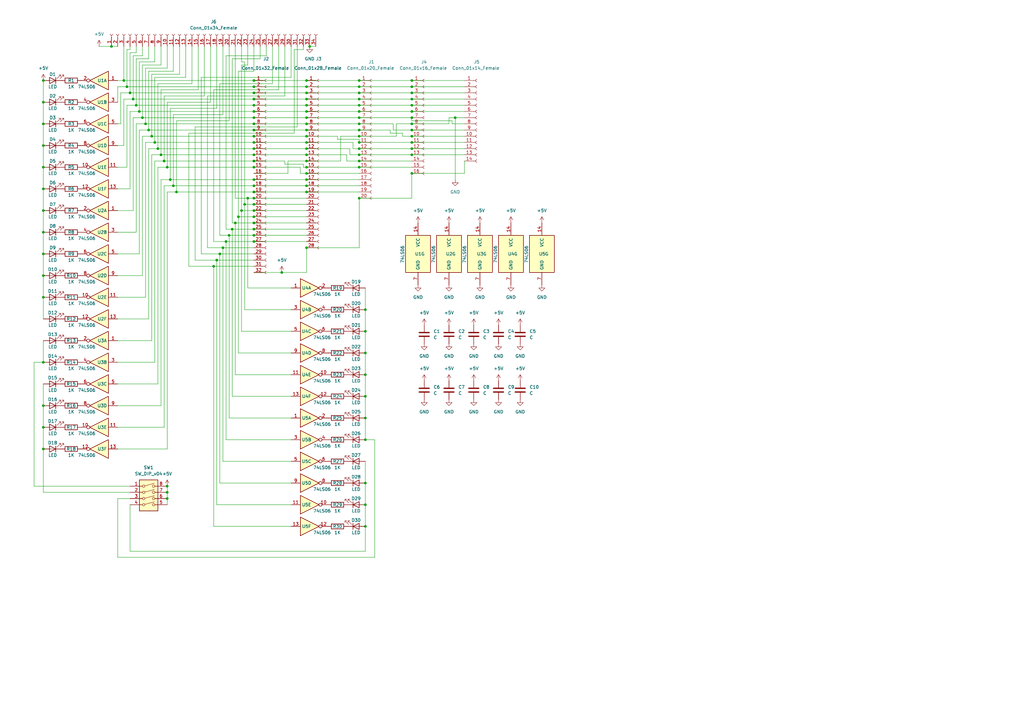
<source format=kicad_sch>
(kicad_sch (version 20211123) (generator eeschema)

  (uuid 9d4cc1d5-ed4a-41bc-96ac-5d1c6fcea32b)

  (paper "A3")

  

  (junction (at 125.73 33.02) (diameter 0) (color 0 0 0 0)
    (uuid 00f1d48b-cdcb-4db5-bdd6-82ea484237b1)
  )
  (junction (at 125.73 50.8) (diameter 0) (color 0 0 0 0)
    (uuid 06ed16d9-dff8-4abd-9fcf-b876595f02f2)
  )
  (junction (at 17.78 121.92) (diameter 0) (color 0 0 0 0)
    (uuid 08f3fffa-0fb5-493c-8dfc-fbc50ebdf7cc)
  )
  (junction (at 104.14 35.56) (diameter 0) (color 0 0 0 0)
    (uuid 09310b00-b0c6-443f-88f0-ce3b1266c6ff)
  )
  (junction (at 147.32 35.56) (diameter 0) (color 0 0 0 0)
    (uuid 0bf7cdcb-72fe-4558-9cc7-21907dd1714c)
  )
  (junction (at 168.91 40.64) (diameter 0) (color 0 0 0 0)
    (uuid 0d015e6b-4814-44ef-98ee-5a121f80b882)
  )
  (junction (at 17.78 86.36) (diameter 0) (color 0 0 0 0)
    (uuid 0d880416-3556-4a34-953e-68cc723890a0)
  )
  (junction (at 104.14 88.9) (diameter 0) (color 0 0 0 0)
    (uuid 0f347dc9-ebda-4a1d-b5a2-77a7f04fa4a9)
  )
  (junction (at 68.58 201.93) (diameter 0) (color 0 0 0 0)
    (uuid 12d9e971-214a-458f-ba46-7ef61ecce2f2)
  )
  (junction (at 149.86 207.01) (diameter 0) (color 0 0 0 0)
    (uuid 1305bfc4-08ad-44af-b35d-794498ad18c7)
  )
  (junction (at 92.71 99.06) (diameter 0) (color 0 0 0 0)
    (uuid 144baec4-c651-47f5-ab31-3949b47910c3)
  )
  (junction (at 72.39 78.74) (diameter 0) (color 0 0 0 0)
    (uuid 19f58f6e-d23a-4578-956b-9719778b998e)
  )
  (junction (at 147.32 53.34) (diameter 0) (color 0 0 0 0)
    (uuid 1b11885a-383b-4abb-8230-2e38d577b3fa)
  )
  (junction (at 104.14 63.5) (diameter 0) (color 0 0 0 0)
    (uuid 1c44080e-c4ae-43c3-b9ca-6b7751ff8623)
  )
  (junction (at 54.61 40.64) (diameter 0) (color 0 0 0 0)
    (uuid 1c8dc95b-7491-4921-a6de-b6d794d3fd7f)
  )
  (junction (at 147.32 43.18) (diameter 0) (color 0 0 0 0)
    (uuid 1cfdd6c0-4122-445f-9c55-10cfc9f2eebe)
  )
  (junction (at 104.14 81.28) (diameter 0) (color 0 0 0 0)
    (uuid 1d9c3dac-1f72-4481-9369-945d8dd63ff1)
  )
  (junction (at 55.88 43.18) (diameter 0) (color 0 0 0 0)
    (uuid 1da44dce-58ff-4d02-a1aa-6fa71e3d2226)
  )
  (junction (at 62.23 55.88) (diameter 0) (color 0 0 0 0)
    (uuid 1ea028c5-fc77-4a9b-9359-5e0755f5e84b)
  )
  (junction (at 104.14 40.64) (diameter 0) (color 0 0 0 0)
    (uuid 1eb5ea35-1272-4fbc-9c40-26df0b07527f)
  )
  (junction (at 17.78 166.37) (diameter 0) (color 0 0 0 0)
    (uuid 1edfb808-e49e-49ff-881c-802bc22526fb)
  )
  (junction (at 168.91 55.88) (diameter 0) (color 0 0 0 0)
    (uuid 1f6877e8-76c4-4f46-8698-9c251bf47df3)
  )
  (junction (at 104.14 91.44) (diameter 0) (color 0 0 0 0)
    (uuid 203cfb2b-617c-4936-bbf3-a3de27d327b9)
  )
  (junction (at 104.14 48.26) (diameter 0) (color 0 0 0 0)
    (uuid 21ee8ded-1bba-4c40-af42-e844438ec829)
  )
  (junction (at 125.73 71.12) (diameter 0) (color 0 0 0 0)
    (uuid 22c6e725-fe50-4fe1-a873-8353f697d2ae)
  )
  (junction (at 104.14 50.8) (diameter 0) (color 0 0 0 0)
    (uuid 24001b66-fc52-4c99-8a75-c64d477c3d1d)
  )
  (junction (at 149.86 198.12) (diameter 0) (color 0 0 0 0)
    (uuid 264a5bef-3d89-443a-9464-277cc75be9c9)
  )
  (junction (at 93.98 96.52) (diameter 0) (color 0 0 0 0)
    (uuid 2757a4a5-c114-4c19-9d8d-e535257a8ed2)
  )
  (junction (at 147.32 50.8) (diameter 0) (color 0 0 0 0)
    (uuid 2846ab99-d173-4bfe-9101-59d0acd3bec8)
  )
  (junction (at 125.73 101.6) (diameter 0) (color 0 0 0 0)
    (uuid 2b675a5c-d280-4491-9e35-9f3ccb7c64f8)
  )
  (junction (at 95.25 93.98) (diameter 0) (color 0 0 0 0)
    (uuid 2d5e9ec6-d508-4bee-836e-0726bfd6d334)
  )
  (junction (at 104.14 55.88) (diameter 0) (color 0 0 0 0)
    (uuid 3097387a-6fbb-413d-95e8-02844ab8c324)
  )
  (junction (at 53.34 38.1) (diameter 0) (color 0 0 0 0)
    (uuid 32d4b269-a531-4143-b68b-caf5eaf949b9)
  )
  (junction (at 125.73 60.96) (diameter 0) (color 0 0 0 0)
    (uuid 32dbf035-1881-4791-9b57-ff9df230622e)
  )
  (junction (at 104.14 58.42) (diameter 0) (color 0 0 0 0)
    (uuid 3379aafc-6386-4f08-885b-05b4b0f229b6)
  )
  (junction (at 168.91 60.96) (diameter 0) (color 0 0 0 0)
    (uuid 3418f8a5-664a-42d7-89ea-7c90446f8380)
  )
  (junction (at 125.73 35.56) (diameter 0) (color 0 0 0 0)
    (uuid 34295cb7-d84b-4b0e-9385-a6259bdaa92f)
  )
  (junction (at 17.78 59.69) (diameter 0) (color 0 0 0 0)
    (uuid 342f181d-99ed-4a3d-aec9-8146f814c155)
  )
  (junction (at 63.5 58.42) (diameter 0) (color 0 0 0 0)
    (uuid 36d2c1ac-b4e6-4599-8437-2a80346bdc7e)
  )
  (junction (at 147.32 63.5) (diameter 0) (color 0 0 0 0)
    (uuid 398d8fc5-d328-4168-b6af-8b8c36ef7da8)
  )
  (junction (at 104.14 60.96) (diameter 0) (color 0 0 0 0)
    (uuid 3ad5d705-4396-4c90-adf8-70f6b20163a0)
  )
  (junction (at 168.91 53.34) (diameter 0) (color 0 0 0 0)
    (uuid 3c17aebe-3ab0-4dc8-b84b-f537a39af1e8)
  )
  (junction (at 17.78 184.15) (diameter 0) (color 0 0 0 0)
    (uuid 410e0766-c5d9-42e4-9296-d25b307c29af)
  )
  (junction (at 125.73 66.04) (diameter 0) (color 0 0 0 0)
    (uuid 41a4e28c-1268-4cd5-ae84-ef386348f31f)
  )
  (junction (at 59.69 50.8) (diameter 0) (color 0 0 0 0)
    (uuid 43a91ce1-c852-42eb-9997-05b6ad204c2d)
  )
  (junction (at 104.14 38.1) (diameter 0) (color 0 0 0 0)
    (uuid 452028ce-de2a-4485-a119-84a85bdf509b)
  )
  (junction (at 57.15 45.72) (diameter 0) (color 0 0 0 0)
    (uuid 46105a07-2182-4356-ad0c-8e871f7f0655)
  )
  (junction (at 17.78 77.47) (diameter 0) (color 0 0 0 0)
    (uuid 4642c216-d60f-4235-9b01-6043a76f739d)
  )
  (junction (at 168.91 71.12) (diameter 0) (color 0 0 0 0)
    (uuid 4aefc219-d89e-4195-bb74-43df3e38dd82)
  )
  (junction (at 125.73 48.26) (diameter 0) (color 0 0 0 0)
    (uuid 4b6486b2-efd6-4377-bf2c-1c51c8bba995)
  )
  (junction (at 125.73 78.74) (diameter 0) (color 0 0 0 0)
    (uuid 5178b88e-3c6b-4d72-8411-04ba953c00c6)
  )
  (junction (at 67.31 66.04) (diameter 0) (color 0 0 0 0)
    (uuid 52ed0293-ad48-4545-a248-619712f4bf06)
  )
  (junction (at 17.78 95.25) (diameter 0) (color 0 0 0 0)
    (uuid 562e1cb9-d783-4730-9e05-817086593118)
  )
  (junction (at 147.32 55.88) (diameter 0) (color 0 0 0 0)
    (uuid 56ee9081-34a9-4985-8db7-58e46ee37e93)
  )
  (junction (at 104.14 96.52) (diameter 0) (color 0 0 0 0)
    (uuid 594be04b-7005-41d1-b5b0-b25bbd816ff3)
  )
  (junction (at 149.86 153.67) (diameter 0) (color 0 0 0 0)
    (uuid 59819f50-6c12-4464-9c26-c2b430ee33d9)
  )
  (junction (at 147.32 38.1) (diameter 0) (color 0 0 0 0)
    (uuid 5aa79445-30dd-4199-8ea8-eaf4fce02e3a)
  )
  (junction (at 147.32 66.04) (diameter 0) (color 0 0 0 0)
    (uuid 5bcd38cf-27f4-438b-aaf2-78d2513624d4)
  )
  (junction (at 147.32 33.02) (diameter 0) (color 0 0 0 0)
    (uuid 5c44c5d7-2af9-465c-9730-06c2228045ec)
  )
  (junction (at 168.91 35.56) (diameter 0) (color 0 0 0 0)
    (uuid 5f3e6a41-131c-48be-b2ef-0c3425e67d10)
  )
  (junction (at 147.32 81.28) (diameter 0) (color 0 0 0 0)
    (uuid 5f81a371-6133-44b9-9a80-0ecbccc5edee)
  )
  (junction (at 104.14 78.74) (diameter 0) (color 0 0 0 0)
    (uuid 6287584c-0991-4422-baa7-ec30d691d723)
  )
  (junction (at 149.86 135.89) (diameter 0) (color 0 0 0 0)
    (uuid 63e0778d-4750-47f8-afdf-7caf8aeb6032)
  )
  (junction (at 168.91 45.72) (diameter 0) (color 0 0 0 0)
    (uuid 6558fc1b-03f2-406d-9054-3bfed497986c)
  )
  (junction (at 149.86 171.45) (diameter 0) (color 0 0 0 0)
    (uuid 65b8ce4c-efbe-4aca-bcce-152af000c756)
  )
  (junction (at 168.91 43.18) (diameter 0) (color 0 0 0 0)
    (uuid 663080f4-3d5a-40bd-9f2d-e6b29790f779)
  )
  (junction (at 68.58 68.58) (diameter 0) (color 0 0 0 0)
    (uuid 6742af61-315e-49f6-ad46-bfc61436d0ca)
  )
  (junction (at 168.91 38.1) (diameter 0) (color 0 0 0 0)
    (uuid 6aa31efc-561b-4392-a983-afede98431fe)
  )
  (junction (at 17.78 175.26) (diameter 0) (color 0 0 0 0)
    (uuid 6ce43ddd-b226-45f2-b057-5ad42d9aecef)
  )
  (junction (at 64.77 60.96) (diameter 0) (color 0 0 0 0)
    (uuid 6da504ad-15f3-44d0-971a-e6d84ed42b98)
  )
  (junction (at 104.14 93.98) (diameter 0) (color 0 0 0 0)
    (uuid 6e8f047b-9411-4878-bb27-e23480712f9b)
  )
  (junction (at 147.32 58.42) (diameter 0) (color 0 0 0 0)
    (uuid 72e1594b-3c8a-47ea-99db-78afcf088fe3)
  )
  (junction (at 97.79 88.9) (diameter 0) (color 0 0 0 0)
    (uuid 731a5480-1f53-47ad-a533-884c12e431da)
  )
  (junction (at 125.73 40.64) (diameter 0) (color 0 0 0 0)
    (uuid 76c7e5ff-3ac5-4de2-8de5-4ecfaa49c9c7)
  )
  (junction (at 125.73 38.1) (diameter 0) (color 0 0 0 0)
    (uuid 77323c84-bde7-4462-8ca2-e4b99a65b59f)
  )
  (junction (at 17.78 113.03) (diameter 0) (color 0 0 0 0)
    (uuid 7771b76a-37f3-400d-8fa3-ec9b191c596e)
  )
  (junction (at 104.14 68.58) (diameter 0) (color 0 0 0 0)
    (uuid 778913e1-6749-457f-8c7b-6f991db89ecb)
  )
  (junction (at 149.86 162.56) (diameter 0) (color 0 0 0 0)
    (uuid 7854902f-4caa-4978-954e-d57b3e02bff2)
  )
  (junction (at 68.58 199.39) (diameter 0) (color 0 0 0 0)
    (uuid 7dd75072-678b-4571-b972-ed4ce01a841a)
  )
  (junction (at 17.78 104.14) (diameter 0) (color 0 0 0 0)
    (uuid 7fd110df-221d-40bf-82b9-7f2a482271a7)
  )
  (junction (at 68.58 204.47) (diameter 0) (color 0 0 0 0)
    (uuid 8035c787-619f-4833-9891-68db4acc149b)
  )
  (junction (at 45.72 19.05) (diameter 0) (color 0 0 0 0)
    (uuid 809dbc7b-ee9d-4382-8ff6-5c4c102cb409)
  )
  (junction (at 149.86 180.34) (diameter 0) (color 0 0 0 0)
    (uuid 826a9904-9b74-42e7-b1a9-7f61f3dceb5c)
  )
  (junction (at 17.78 41.91) (diameter 0) (color 0 0 0 0)
    (uuid 83191155-0f44-4005-8ce3-9445ddbaf970)
  )
  (junction (at 96.52 91.44) (diameter 0) (color 0 0 0 0)
    (uuid 86a4c06a-9ae1-494c-a288-7d1d51fb81ab)
  )
  (junction (at 66.04 63.5) (diameter 0) (color 0 0 0 0)
    (uuid 89226275-5f56-4a2a-baea-7a5015d1a887)
  )
  (junction (at 147.32 48.26) (diameter 0) (color 0 0 0 0)
    (uuid 8a6a25b3-cdf6-4717-bab2-c1e1c5f81eb8)
  )
  (junction (at 125.73 53.34) (diameter 0) (color 0 0 0 0)
    (uuid 8b42d307-f832-41f5-9e4a-d42349c45a73)
  )
  (junction (at 60.96 53.34) (diameter 0) (color 0 0 0 0)
    (uuid 8b430f73-1e1d-4bb5-aa10-c3b33489d5ff)
  )
  (junction (at 104.14 86.36) (diameter 0) (color 0 0 0 0)
    (uuid 8c0fd5c8-2032-4103-8144-c3aa1323e6c3)
  )
  (junction (at 87.63 109.22) (diameter 0) (color 0 0 0 0)
    (uuid 8cd256aa-f176-459a-8884-9aa18266fd67)
  )
  (junction (at 104.14 73.66) (diameter 0) (color 0 0 0 0)
    (uuid 8f53c365-c58f-4120-bde9-627ccf63e593)
  )
  (junction (at 147.32 60.96) (diameter 0) (color 0 0 0 0)
    (uuid 91e12623-7e3f-4c07-bee9-d0f445f1e69d)
  )
  (junction (at 125.73 73.66) (diameter 0) (color 0 0 0 0)
    (uuid 96ded77b-8b4b-4ef4-85b3-d5f80a362535)
  )
  (junction (at 104.14 99.06) (diameter 0) (color 0 0 0 0)
    (uuid 98dcd588-ec5b-460a-85fe-8c90fa5d10ba)
  )
  (junction (at 90.17 104.14) (diameter 0) (color 0 0 0 0)
    (uuid a3f1dbe1-2299-412a-8d54-f60b71cf89f9)
  )
  (junction (at 149.86 144.78) (diameter 0) (color 0 0 0 0)
    (uuid a7fbb0d7-10e3-48ff-bc87-c1f0789ad125)
  )
  (junction (at 88.9 106.68) (diameter 0) (color 0 0 0 0)
    (uuid a8c8d133-f921-477b-92fe-7c3d055a2808)
  )
  (junction (at 125.73 45.72) (diameter 0) (color 0 0 0 0)
    (uuid aa449cba-d004-45d3-bdca-0b9a4864f4f2)
  )
  (junction (at 127 19.05) (diameter 0) (color 0 0 0 0)
    (uuid aba4651d-48b0-4835-8663-7e3a9c68297b)
  )
  (junction (at 125.73 68.58) (diameter 0) (color 0 0 0 0)
    (uuid acc8f8a8-80e5-44ff-9d08-619b25c330e7)
  )
  (junction (at 168.91 48.26) (diameter 0) (color 0 0 0 0)
    (uuid ad7344c0-0540-4c9f-9e97-92ecd00d4d4d)
  )
  (junction (at 104.14 33.02) (diameter 0) (color 0 0 0 0)
    (uuid adf22794-12c9-474e-aa58-a87952c4fb5d)
  )
  (junction (at 186.69 48.26) (diameter 0) (color 0 0 0 0)
    (uuid b218f133-a49e-413b-af07-239d3b3a10a7)
  )
  (junction (at 115.57 111.76) (diameter 0) (color 0 0 0 0)
    (uuid b26e0f6a-47c1-4539-84ba-6a70fe2e67c1)
  )
  (junction (at 104.14 53.34) (diameter 0) (color 0 0 0 0)
    (uuid b4634864-1d75-4dc6-a5d9-01e2744765ce)
  )
  (junction (at 99.06 86.36) (diameter 0) (color 0 0 0 0)
    (uuid b524b5b1-e40f-4b89-bfbb-d02d27ac575c)
  )
  (junction (at 100.33 83.82) (diameter 0) (color 0 0 0 0)
    (uuid b5ca3bc2-77f9-4995-bb53-0334f6e59f68)
  )
  (junction (at 69.85 73.66) (diameter 0) (color 0 0 0 0)
    (uuid b674ae01-1234-4303-8807-67420f7e9343)
  )
  (junction (at 104.14 76.2) (diameter 0) (color 0 0 0 0)
    (uuid b9b4f675-adc6-45b3-96f1-9f40462cd84e)
  )
  (junction (at 168.91 63.5) (diameter 0) (color 0 0 0 0)
    (uuid bd6840e2-f153-4ec3-85cf-4b97bf42824c)
  )
  (junction (at 125.73 76.2) (diameter 0) (color 0 0 0 0)
    (uuid bdf9935e-f48a-4632-8f7c-ce7d99555d64)
  )
  (junction (at 104.14 66.04) (diameter 0) (color 0 0 0 0)
    (uuid bfb32d78-e904-4e38-b1db-025023b62cb8)
  )
  (junction (at 168.91 58.42) (diameter 0) (color 0 0 0 0)
    (uuid c075fd2c-0123-4173-bdd7-21a2f5b5a5b3)
  )
  (junction (at 101.6 81.28) (diameter 0) (color 0 0 0 0)
    (uuid c420f188-8de9-413b-a616-7969c9b4a116)
  )
  (junction (at 104.14 83.82) (diameter 0) (color 0 0 0 0)
    (uuid c547fe14-8b87-45d1-ba6f-07b8837a43c1)
  )
  (junction (at 91.44 101.6) (diameter 0) (color 0 0 0 0)
    (uuid c6d3aea4-c01e-4906-afb1-75b4c00eb6a1)
  )
  (junction (at 147.32 68.58) (diameter 0) (color 0 0 0 0)
    (uuid c704c5d9-384d-45ee-8941-34528af4c55b)
  )
  (junction (at 104.14 43.18) (diameter 0) (color 0 0 0 0)
    (uuid c9a178e7-d80c-481a-91b8-6dc09e5256b5)
  )
  (junction (at 17.78 33.02) (diameter 0) (color 0 0 0 0)
    (uuid ce13660f-555e-4db6-81fa-83ec7c68d9f6)
  )
  (junction (at 125.73 58.42) (diameter 0) (color 0 0 0 0)
    (uuid cf59c8e3-0397-42f0-b0cf-1f89fb864541)
  )
  (junction (at 125.73 63.5) (diameter 0) (color 0 0 0 0)
    (uuid d0ecf51d-6908-4e7f-8d82-f57acc2d2501)
  )
  (junction (at 168.91 33.02) (diameter 0) (color 0 0 0 0)
    (uuid d2ff1332-4bfe-4e30-9ef2-19b9e1d2b4c9)
  )
  (junction (at 71.12 76.2) (diameter 0) (color 0 0 0 0)
    (uuid d3438838-4ac3-436c-a5a8-08f32c3f18b0)
  )
  (junction (at 147.32 45.72) (diameter 0) (color 0 0 0 0)
    (uuid d69d8fdb-f95d-4eb9-bff0-fd242622f287)
  )
  (junction (at 104.14 45.72) (diameter 0) (color 0 0 0 0)
    (uuid d9f6bf60-0575-41a3-9c6a-0c88196c757e)
  )
  (junction (at 168.91 50.8) (diameter 0) (color 0 0 0 0)
    (uuid dee530b5-3947-4861-8219-ac1783248bc5)
  )
  (junction (at 17.78 148.59) (diameter 0) (color 0 0 0 0)
    (uuid e0973987-8ae0-4b35-86a7-e6353cb4f45f)
  )
  (junction (at 17.78 50.8) (diameter 0) (color 0 0 0 0)
    (uuid e5832503-a315-46a6-a109-b3f3ade956c1)
  )
  (junction (at 52.07 35.56) (diameter 0) (color 0 0 0 0)
    (uuid eb850dd4-efdc-4f4c-9a13-afd416764e7b)
  )
  (junction (at 125.73 55.88) (diameter 0) (color 0 0 0 0)
    (uuid f217a12d-2c6c-41d3-a0e5-cba91ab261ac)
  )
  (junction (at 17.78 68.58) (diameter 0) (color 0 0 0 0)
    (uuid f30addfb-77d8-4c38-9df4-e71f7c3dcdb6)
  )
  (junction (at 149.86 127) (diameter 0) (color 0 0 0 0)
    (uuid f493e710-acf3-432c-81e7-56d882aca3fb)
  )
  (junction (at 58.42 48.26) (diameter 0) (color 0 0 0 0)
    (uuid f554aee1-0dd8-413c-8cfc-c80298c42a54)
  )
  (junction (at 147.32 40.64) (diameter 0) (color 0 0 0 0)
    (uuid f566221e-1fd5-44e2-a4fe-b33bf552d39d)
  )
  (junction (at 149.86 215.9) (diameter 0) (color 0 0 0 0)
    (uuid f74567c0-2a6b-4c41-80fc-ed3c8f38a4b0)
  )
  (junction (at 50.8 33.02) (diameter 0) (color 0 0 0 0)
    (uuid fb390e70-d566-4abe-845d-e4008e8d1845)
  )
  (junction (at 125.73 43.18) (diameter 0) (color 0 0 0 0)
    (uuid fed39e35-741b-4647-8417-0fab4f196ee0)
  )

  (wire (pts (xy 104.14 109.22) (xy 87.63 109.22))
    (stroke (width 0) (type default) (color 0 0 0 0))
    (uuid 01e49422-8026-42bb-9da3-8948dc87e8be)
  )
  (wire (pts (xy 125.73 60.96) (xy 143.51 60.96))
    (stroke (width 0) (type default) (color 0 0 0 0))
    (uuid 01e4f095-77fa-4a35-8b55-bd046f175f12)
  )
  (wire (pts (xy 92.71 180.34) (xy 119.38 180.34))
    (stroke (width 0) (type default) (color 0 0 0 0))
    (uuid 022a8e21-c71c-4e40-b609-4885778001d0)
  )
  (wire (pts (xy 13.97 199.39) (xy 13.97 148.59))
    (stroke (width 0) (type default) (color 0 0 0 0))
    (uuid 0268f019-444c-41ce-b4b1-8abf9cc3dd52)
  )
  (wire (pts (xy 57.15 53.34) (xy 60.96 53.34))
    (stroke (width 0) (type default) (color 0 0 0 0))
    (uuid 027243c4-cfcb-40fe-aa58-a0cc80c77a94)
  )
  (wire (pts (xy 48.26 157.48) (xy 64.77 157.48))
    (stroke (width 0) (type default) (color 0 0 0 0))
    (uuid 03708827-3288-4f68-af2d-b5f84a0a3100)
  )
  (wire (pts (xy 161.29 50.8) (xy 161.29 53.34))
    (stroke (width 0) (type default) (color 0 0 0 0))
    (uuid 04ca3b77-5f57-4fee-92f1-c7c1875a9ddd)
  )
  (wire (pts (xy 153.67 228.6) (xy 153.67 180.34))
    (stroke (width 0) (type default) (color 0 0 0 0))
    (uuid 06997cdb-4f11-49ab-b88e-f38e2d15db44)
  )
  (wire (pts (xy 97.79 29.21) (xy 97.79 88.9))
    (stroke (width 0) (type default) (color 0 0 0 0))
    (uuid 06e23275-5203-4c21-9aa8-4c1b106e43b9)
  )
  (wire (pts (xy 142.24 66.04) (xy 147.32 66.04))
    (stroke (width 0) (type default) (color 0 0 0 0))
    (uuid 07117794-dd75-429c-9a9c-57271b5a8cea)
  )
  (wire (pts (xy 120.65 54.61) (xy 120.65 20.32))
    (stroke (width 0) (type default) (color 0 0 0 0))
    (uuid 0734fd14-81b2-45ae-b125-695771c1207e)
  )
  (wire (pts (xy 138.43 57.15) (xy 147.32 57.15))
    (stroke (width 0) (type default) (color 0 0 0 0))
    (uuid 082236a9-4e02-4ed9-8246-07955a101010)
  )
  (wire (pts (xy 54.61 22.86) (xy 54.61 40.64))
    (stroke (width 0) (type default) (color 0 0 0 0))
    (uuid 08e31230-1911-4c02-b9b7-4cab6f9ad8af)
  )
  (wire (pts (xy 190.5 71.12) (xy 190.5 66.04))
    (stroke (width 0) (type default) (color 0 0 0 0))
    (uuid 09c0f025-68b9-4707-a5d6-22eddc6ee7e2)
  )
  (wire (pts (xy 92.71 99.06) (xy 104.14 99.06))
    (stroke (width 0) (type default) (color 0 0 0 0))
    (uuid 0af45031-2bba-49b5-a51d-0ffc90cec206)
  )
  (wire (pts (xy 165.1 55.88) (xy 168.91 55.88))
    (stroke (width 0) (type default) (color 0 0 0 0))
    (uuid 0b570307-6c14-48a6-afef-5973c446a1cf)
  )
  (wire (pts (xy 147.32 81.28) (xy 147.32 101.6))
    (stroke (width 0) (type default) (color 0 0 0 0))
    (uuid 0b79de42-7f83-43f1-8812-7475812919f2)
  )
  (wire (pts (xy 88.9 106.68) (xy 88.9 207.01))
    (stroke (width 0) (type default) (color 0 0 0 0))
    (uuid 0b8ed784-a610-4f24-b5c8-c4f4233d1a3d)
  )
  (wire (pts (xy 91.44 19.05) (xy 91.44 46.99))
    (stroke (width 0) (type default) (color 0 0 0 0))
    (uuid 0bc84a86-1fef-4548-8a0e-b0972cb16c74)
  )
  (wire (pts (xy 168.91 71.12) (xy 190.5 71.12))
    (stroke (width 0) (type default) (color 0 0 0 0))
    (uuid 0c01f972-a7fe-44d5-a8f4-0524f895c516)
  )
  (wire (pts (xy 125.73 38.1) (xy 147.32 38.1))
    (stroke (width 0) (type default) (color 0 0 0 0))
    (uuid 0c353782-46ee-445b-92f5-a5eb7b9799c2)
  )
  (wire (pts (xy 77.47 54.61) (xy 120.65 54.61))
    (stroke (width 0) (type default) (color 0 0 0 0))
    (uuid 0cf639eb-6044-4db5-a8f9-3071cb4820c4)
  )
  (wire (pts (xy 101.6 118.11) (xy 119.38 118.11))
    (stroke (width 0) (type default) (color 0 0 0 0))
    (uuid 0d00d25a-35a2-464c-985e-1559b3084d92)
  )
  (wire (pts (xy 125.73 35.56) (xy 147.32 35.56))
    (stroke (width 0) (type default) (color 0 0 0 0))
    (uuid 0d4f29f9-913e-4624-bd38-7eb37ae2e5da)
  )
  (wire (pts (xy 143.51 60.96) (xy 143.51 63.5))
    (stroke (width 0) (type default) (color 0 0 0 0))
    (uuid 0d92fc6d-c541-49ee-94b2-20d72cde228d)
  )
  (wire (pts (xy 96.52 81.28) (xy 101.6 81.28))
    (stroke (width 0) (type default) (color 0 0 0 0))
    (uuid 0dc187fe-9f93-4c87-aefa-0d5aefa63561)
  )
  (wire (pts (xy 40.64 19.05) (xy 45.72 19.05))
    (stroke (width 0) (type default) (color 0 0 0 0))
    (uuid 0dd0099a-3d30-4a4f-ace7-7d941f991624)
  )
  (wire (pts (xy 99.06 135.89) (xy 119.38 135.89))
    (stroke (width 0) (type default) (color 0 0 0 0))
    (uuid 0ddaba3f-6c09-4845-a4d6-25b897f36052)
  )
  (wire (pts (xy 90.17 104.14) (xy 90.17 198.12))
    (stroke (width 0) (type default) (color 0 0 0 0))
    (uuid 0e0e055e-2de4-4b51-a55d-c78d552828f6)
  )
  (wire (pts (xy 93.98 171.45) (xy 119.38 171.45))
    (stroke (width 0) (type default) (color 0 0 0 0))
    (uuid 0f613ece-b87f-4e1e-9161-c66a2c2e2273)
  )
  (wire (pts (xy 72.39 78.74) (xy 104.14 78.74))
    (stroke (width 0) (type default) (color 0 0 0 0))
    (uuid 12c88d18-5b10-4dcd-adfc-9e2f1d943663)
  )
  (wire (pts (xy 165.1 54.61) (xy 165.1 55.88))
    (stroke (width 0) (type default) (color 0 0 0 0))
    (uuid 1397babb-fcc2-4d10-9696-62d5e5a3b79f)
  )
  (wire (pts (xy 59.69 27.94) (xy 59.69 50.8))
    (stroke (width 0) (type default) (color 0 0 0 0))
    (uuid 140f8d95-389e-42b0-9831-0daa75c50530)
  )
  (wire (pts (xy 48.26 184.15) (xy 68.58 184.15))
    (stroke (width 0) (type default) (color 0 0 0 0))
    (uuid 14c91a2e-65fb-44cc-81e3-bdea8dd528d5)
  )
  (wire (pts (xy 71.12 46.99) (xy 71.12 76.2))
    (stroke (width 0) (type default) (color 0 0 0 0))
    (uuid 15c4b2fc-10dd-4e9b-866f-4bbf6c392926)
  )
  (wire (pts (xy 48.26 104.14) (xy 57.15 104.14))
    (stroke (width 0) (type default) (color 0 0 0 0))
    (uuid 15d8ee4e-7677-4d51-8557-65caba0ddeb8)
  )
  (wire (pts (xy 71.12 29.21) (xy 60.96 29.21))
    (stroke (width 0) (type default) (color 0 0 0 0))
    (uuid 162b44bb-8f42-4e4f-9015-f16cf3896c24)
  )
  (wire (pts (xy 92.71 99.06) (xy 87.63 99.06))
    (stroke (width 0) (type default) (color 0 0 0 0))
    (uuid 17037a42-9ef4-4bb4-b9e7-2b98237dafd9)
  )
  (wire (pts (xy 147.32 45.72) (xy 168.91 45.72))
    (stroke (width 0) (type default) (color 0 0 0 0))
    (uuid 1797658e-54e9-40d2-a79c-61ff7b3a21a8)
  )
  (wire (pts (xy 86.36 41.91) (xy 68.58 41.91))
    (stroke (width 0) (type default) (color 0 0 0 0))
    (uuid 17982c90-5eaf-49e6-b679-dcd8416d5bd0)
  )
  (wire (pts (xy 101.6 26.67) (xy 101.6 19.05))
    (stroke (width 0) (type default) (color 0 0 0 0))
    (uuid 17ff9a5f-91ea-4747-828f-37cb9ba1eb39)
  )
  (wire (pts (xy 100.33 83.82) (xy 100.33 25.4))
    (stroke (width 0) (type default) (color 0 0 0 0))
    (uuid 1940df90-77b4-4f2a-a9d7-294375110a62)
  )
  (wire (pts (xy 184.15 48.26) (xy 184.15 50.8))
    (stroke (width 0) (type default) (color 0 0 0 0))
    (uuid 197a99b9-40af-40d4-976d-1b6b476f8d84)
  )
  (wire (pts (xy 48.26 228.6) (xy 153.67 228.6))
    (stroke (width 0) (type default) (color 0 0 0 0))
    (uuid 198eef52-463b-4cb5-ab42-76b2823e230d)
  )
  (wire (pts (xy 71.12 76.2) (xy 104.14 76.2))
    (stroke (width 0) (type default) (color 0 0 0 0))
    (uuid 199c47ca-2059-4072-a2cc-c1cf19718d8d)
  )
  (wire (pts (xy 17.78 113.03) (xy 17.78 121.92))
    (stroke (width 0) (type default) (color 0 0 0 0))
    (uuid 1a51a0e6-1957-4fb2-bb21-0fa0088f116b)
  )
  (wire (pts (xy 91.44 101.6) (xy 91.44 189.23))
    (stroke (width 0) (type default) (color 0 0 0 0))
    (uuid 1bb940f8-a5a5-4fbc-9415-61a735b72eec)
  )
  (wire (pts (xy 124.46 68.58) (xy 124.46 67.31))
    (stroke (width 0) (type default) (color 0 0 0 0))
    (uuid 1cdc1396-a4df-4be1-a14d-70c248d5e32d)
  )
  (wire (pts (xy 50.8 33.02) (xy 104.14 33.02))
    (stroke (width 0) (type default) (color 0 0 0 0))
    (uuid 1f01d91e-8b0a-4371-a947-7417d7015dfc)
  )
  (wire (pts (xy 168.91 60.96) (xy 190.5 60.96))
    (stroke (width 0) (type default) (color 0 0 0 0))
    (uuid 1f8cae9b-891d-426d-a89c-b6b81ba8da67)
  )
  (wire (pts (xy 147.32 55.88) (xy 139.7 55.88))
    (stroke (width 0) (type default) (color 0 0 0 0))
    (uuid 1fae4270-2808-4646-ba82-a27846dfcefe)
  )
  (wire (pts (xy 64.77 157.48) (xy 64.77 68.58))
    (stroke (width 0) (type default) (color 0 0 0 0))
    (uuid 1fe8a46e-5ddd-41e3-a276-bfcac58e2081)
  )
  (wire (pts (xy 111.76 19.05) (xy 111.76 34.29))
    (stroke (width 0) (type default) (color 0 0 0 0))
    (uuid 212d66c6-86ad-4ea4-93af-8e06234cd615)
  )
  (wire (pts (xy 186.69 48.26) (xy 186.69 73.66))
    (stroke (width 0) (type default) (color 0 0 0 0))
    (uuid 22797c28-307b-4fc0-988b-86d34803540e)
  )
  (wire (pts (xy 104.14 88.9) (xy 125.73 88.9))
    (stroke (width 0) (type default) (color 0 0 0 0))
    (uuid 23051106-48eb-472a-bdcf-66c09af799fa)
  )
  (wire (pts (xy 99.06 86.36) (xy 104.14 86.36))
    (stroke (width 0) (type default) (color 0 0 0 0))
    (uuid 25acebd2-7819-4446-ad4e-21f1e5420db9)
  )
  (wire (pts (xy 168.91 55.88) (xy 190.5 55.88))
    (stroke (width 0) (type default) (color 0 0 0 0))
    (uuid 265e30df-5c1a-4e61-a4eb-d013fd1133d2)
  )
  (wire (pts (xy 83.82 19.05) (xy 83.82 39.37))
    (stroke (width 0) (type default) (color 0 0 0 0))
    (uuid 26da4276-f41b-4c8a-8a39-ff07818728d4)
  )
  (wire (pts (xy 62.23 30.48) (xy 62.23 55.88))
    (stroke (width 0) (type default) (color 0 0 0 0))
    (uuid 280bad93-7740-4644-99a5-ab467436fd68)
  )
  (wire (pts (xy 104.14 43.18) (xy 125.73 43.18))
    (stroke (width 0) (type default) (color 0 0 0 0))
    (uuid 29d7d1e0-d681-4d88-8f52-6a3801460bed)
  )
  (wire (pts (xy 104.14 78.74) (xy 125.73 78.74))
    (stroke (width 0) (type default) (color 0 0 0 0))
    (uuid 2a917ed0-c88d-456b-ab64-d39245607d6a)
  )
  (wire (pts (xy 53.34 207.01) (xy 53.34 226.06))
    (stroke (width 0) (type default) (color 0 0 0 0))
    (uuid 2a91e4ab-0454-44cc-9520-39fefc62fd75)
  )
  (wire (pts (xy 55.88 21.59) (xy 53.34 21.59))
    (stroke (width 0) (type default) (color 0 0 0 0))
    (uuid 2b12d482-57a7-4759-830a-7db2356eadef)
  )
  (wire (pts (xy 73.66 30.48) (xy 62.23 30.48))
    (stroke (width 0) (type default) (color 0 0 0 0))
    (uuid 2b3b14b1-3782-4b82-88a9-b2652fd99ba3)
  )
  (wire (pts (xy 55.88 24.13) (xy 55.88 43.18))
    (stroke (width 0) (type default) (color 0 0 0 0))
    (uuid 2bbedc7d-f824-4887-9dfa-b9a9c3e4a15b)
  )
  (wire (pts (xy 104.14 33.02) (xy 125.73 33.02))
    (stroke (width 0) (type default) (color 0 0 0 0))
    (uuid 2bd671ae-ca76-430d-aa1f-c0b425f7aa99)
  )
  (wire (pts (xy 68.58 199.39) (xy 68.58 201.93))
    (stroke (width 0) (type default) (color 0 0 0 0))
    (uuid 2c05be2f-0b86-44d9-969f-0fb8d60887ba)
  )
  (wire (pts (xy 104.14 55.88) (xy 125.73 55.88))
    (stroke (width 0) (type default) (color 0 0 0 0))
    (uuid 2c1175ca-df2b-4135-b0bf-09e2a9b1f3db)
  )
  (wire (pts (xy 125.73 55.88) (xy 138.43 55.88))
    (stroke (width 0) (type default) (color 0 0 0 0))
    (uuid 2c3ed387-cb22-4d5e-94fc-7acc7e3a47c0)
  )
  (wire (pts (xy 81.28 19.05) (xy 81.28 36.83))
    (stroke (width 0) (type default) (color 0 0 0 0))
    (uuid 2d68f086-5cfa-49e2-8894-6903f1acd646)
  )
  (wire (pts (xy 104.14 96.52) (xy 125.73 96.52))
    (stroke (width 0) (type default) (color 0 0 0 0))
    (uuid 2d9124c8-758d-41a2-b16b-b453abefce26)
  )
  (wire (pts (xy 17.78 68.58) (xy 17.78 77.47))
    (stroke (width 0) (type default) (color 0 0 0 0))
    (uuid 2f9c9a9d-3f32-4b95-ac73-76d968eefa91)
  )
  (wire (pts (xy 93.98 96.52) (xy 93.98 171.45))
    (stroke (width 0) (type default) (color 0 0 0 0))
    (uuid 306248c3-aca1-4f88-95e3-a7f76109b1d4)
  )
  (wire (pts (xy 80.01 52.07) (xy 80.01 106.68))
    (stroke (width 0) (type default) (color 0 0 0 0))
    (uuid 3087c3e2-d5e8-4992-b3fe-2df6bf6d9763)
  )
  (wire (pts (xy 68.58 41.91) (xy 68.58 68.58))
    (stroke (width 0) (type default) (color 0 0 0 0))
    (uuid 32625b07-99c4-4b14-9c44-f99823d099ff)
  )
  (wire (pts (xy 153.67 180.34) (xy 149.86 180.34))
    (stroke (width 0) (type default) (color 0 0 0 0))
    (uuid 3270a251-841f-45cc-ac3b-f1fe384604ca)
  )
  (wire (pts (xy 63.5 31.75) (xy 63.5 58.42))
    (stroke (width 0) (type default) (color 0 0 0 0))
    (uuid 3296c4a1-a148-4147-bcab-1ef786d11cf2)
  )
  (wire (pts (xy 48.26 35.56) (xy 52.07 35.56))
    (stroke (width 0) (type default) (color 0 0 0 0))
    (uuid 33162576-6d9c-4109-8c40-df1398e8cdb7)
  )
  (wire (pts (xy 60.96 29.21) (xy 60.96 53.34))
    (stroke (width 0) (type default) (color 0 0 0 0))
    (uuid 359643f8-9bcc-47fb-af73-8a0696ef3f15)
  )
  (wire (pts (xy 17.78 121.92) (xy 17.78 130.81))
    (stroke (width 0) (type default) (color 0 0 0 0))
    (uuid 3608d65d-1712-4789-8a24-0dbbbfa17d96)
  )
  (wire (pts (xy 17.78 104.14) (xy 17.78 113.03))
    (stroke (width 0) (type default) (color 0 0 0 0))
    (uuid 361a1347-fa4b-4eb2-8e94-ad8ad9b3222d)
  )
  (wire (pts (xy 92.71 22.86) (xy 92.71 93.98))
    (stroke (width 0) (type default) (color 0 0 0 0))
    (uuid 381e3784-0fbe-4821-8e1d-6629fa680081)
  )
  (wire (pts (xy 125.73 66.04) (xy 118.11 66.04))
    (stroke (width 0) (type default) (color 0 0 0 0))
    (uuid 396f1db5-3b8f-4034-9438-489128386775)
  )
  (wire (pts (xy 67.31 39.37) (xy 67.31 66.04))
    (stroke (width 0) (type default) (color 0 0 0 0))
    (uuid 3a15f86e-a835-4a5a-bf37-90f7b24c505b)
  )
  (wire (pts (xy 48.26 175.26) (xy 67.31 175.26))
    (stroke (width 0) (type default) (color 0 0 0 0))
    (uuid 3b618f2a-5f18-40bd-a0cf-2ec4b5684e14)
  )
  (wire (pts (xy 59.69 121.92) (xy 59.69 58.42))
    (stroke (width 0) (type default) (color 0 0 0 0))
    (uuid 3d371780-e3ad-46ba-8ec5-391eaa7b56de)
  )
  (wire (pts (xy 116.84 39.37) (xy 85.09 39.37))
    (stroke (width 0) (type default) (color 0 0 0 0))
    (uuid 3dfdbcd0-3084-4ab7-992c-865cfc99e70d)
  )
  (wire (pts (xy 48.26 139.7) (xy 62.23 139.7))
    (stroke (width 0) (type default) (color 0 0 0 0))
    (uuid 3e272fcd-05c9-46c4-8b51-d584d845b6d8)
  )
  (wire (pts (xy 147.32 101.6) (xy 125.73 101.6))
    (stroke (width 0) (type default) (color 0 0 0 0))
    (uuid 3e341d68-09d9-4ce1-9e34-02110fbd6271)
  )
  (wire (pts (xy 116.84 19.05) (xy 116.84 39.37))
    (stroke (width 0) (type default) (color 0 0 0 0))
    (uuid 3e919aa7-9cf8-4fb6-ac19-46177ed4e769)
  )
  (wire (pts (xy 45.72 19.05) (xy 48.26 19.05))
    (stroke (width 0) (type default) (color 0 0 0 0))
    (uuid 3f34a7a4-cea6-4878-b136-53eb78550c1e)
  )
  (wire (pts (xy 104.14 58.42) (xy 125.73 58.42))
    (stroke (width 0) (type default) (color 0 0 0 0))
    (uuid 41db3a83-bdda-49f0-af8a-125bf5dca1b8)
  )
  (wire (pts (xy 144.78 60.96) (xy 144.78 58.42))
    (stroke (width 0) (type default) (color 0 0 0 0))
    (uuid 4212c41b-bbe8-4967-9c65-8359298df3df)
  )
  (wire (pts (xy 76.2 19.05) (xy 76.2 31.75))
    (stroke (width 0) (type default) (color 0 0 0 0))
    (uuid 432bf65e-5a18-4720-a482-86a515eb59bd)
  )
  (wire (pts (xy 162.56 50.8) (xy 162.56 55.88))
    (stroke (width 0) (type default) (color 0 0 0 0))
    (uuid 43360c6f-a818-4e42-8195-3218c369b92b)
  )
  (wire (pts (xy 109.22 22.86) (xy 92.71 22.86))
    (stroke (width 0) (type default) (color 0 0 0 0))
    (uuid 435347e0-2b70-4136-916d-3a83fe4933b6)
  )
  (wire (pts (xy 64.77 60.96) (xy 104.14 60.96))
    (stroke (width 0) (type default) (color 0 0 0 0))
    (uuid 4438c542-3a14-42ed-adaa-035c94d0bcc0)
  )
  (wire (pts (xy 125.73 68.58) (xy 147.32 68.58))
    (stroke (width 0) (type default) (color 0 0 0 0))
    (uuid 44b88a16-77a4-43a7-afe6-816b4ef7a65c)
  )
  (wire (pts (xy 48.26 68.58) (xy 52.07 68.58))
    (stroke (width 0) (type default) (color 0 0 0 0))
    (uuid 44f4844c-4593-4498-88b1-342463a3a08d)
  )
  (wire (pts (xy 149.86 127) (xy 149.86 135.89))
    (stroke (width 0) (type default) (color 0 0 0 0))
    (uuid 45087faf-e846-4d12-a42a-d2f39784c561)
  )
  (wire (pts (xy 87.63 109.22) (xy 77.47 109.22))
    (stroke (width 0) (type default) (color 0 0 0 0))
    (uuid 4568492a-a792-4728-834e-7e288f990989)
  )
  (wire (pts (xy 66.04 26.67) (xy 58.42 26.67))
    (stroke (width 0) (type default) (color 0 0 0 0))
    (uuid 457ce4a9-e636-4bf2-8c0b-b7de01021d7d)
  )
  (wire (pts (xy 17.78 157.48) (xy 17.78 166.37))
    (stroke (width 0) (type default) (color 0 0 0 0))
    (uuid 46e69915-a6e5-4e99-8ac7-99e6be317ff8)
  )
  (wire (pts (xy 118.11 66.04) (xy 118.11 71.12))
    (stroke (width 0) (type default) (color 0 0 0 0))
    (uuid 47f8b894-d149-467b-b67f-f785a0f50141)
  )
  (wire (pts (xy 91.44 189.23) (xy 119.38 189.23))
    (stroke (width 0) (type default) (color 0 0 0 0))
    (uuid 48903670-c9ee-4b15-a08a-8ff62a39d4ab)
  )
  (wire (pts (xy 97.79 88.9) (xy 97.79 144.78))
    (stroke (width 0) (type default) (color 0 0 0 0))
    (uuid 48edfef0-827a-49c4-b28c-2a89a88e1c8b)
  )
  (wire (pts (xy 104.14 66.04) (xy 116.84 66.04))
    (stroke (width 0) (type default) (color 0 0 0 0))
    (uuid 4908c4a0-7434-4ad6-9f16-ef0bfdcf1fef)
  )
  (wire (pts (xy 125.73 63.5) (xy 142.24 63.5))
    (stroke (width 0) (type default) (color 0 0 0 0))
    (uuid 490907b0-6d9c-4841-b870-d314deb6927a)
  )
  (wire (pts (xy 52.07 35.56) (xy 104.14 35.56))
    (stroke (width 0) (type default) (color 0 0 0 0))
    (uuid 495eb487-559b-4ca6-b6ec-6efbe2e64e37)
  )
  (wire (pts (xy 68.58 27.94) (xy 59.69 27.94))
    (stroke (width 0) (type default) (color 0 0 0 0))
    (uuid 4a8c59a6-899c-443c-9051-9049f4cd7efd)
  )
  (wire (pts (xy 96.52 91.44) (xy 104.14 91.44))
    (stroke (width 0) (type default) (color 0 0 0 0))
    (uuid 4ab91888-f90e-49ae-9361-0c3495c425de)
  )
  (wire (pts (xy 138.43 55.88) (xy 138.43 57.15))
    (stroke (width 0) (type default) (color 0 0 0 0))
    (uuid 4aca2a9e-8c25-4c9a-89cd-ac8824e8d37a)
  )
  (wire (pts (xy 48.26 41.91) (xy 48.26 35.56))
    (stroke (width 0) (type default) (color 0 0 0 0))
    (uuid 4b063235-59c8-4778-81ea-91c88ae55e24)
  )
  (wire (pts (xy 60.96 53.34) (xy 104.14 53.34))
    (stroke (width 0) (type default) (color 0 0 0 0))
    (uuid 4b66f498-0e7f-49d8-af4f-2f743878444a)
  )
  (wire (pts (xy 90.17 198.12) (xy 119.38 198.12))
    (stroke (width 0) (type default) (color 0 0 0 0))
    (uuid 4c7e00d1-8c08-4894-82d8-3ef50cdcefba)
  )
  (wire (pts (xy 73.66 19.05) (xy 73.66 30.48))
    (stroke (width 0) (type default) (color 0 0 0 0))
    (uuid 4c97020b-904c-40cd-b510-580329cc8e24)
  )
  (wire (pts (xy 160.02 54.61) (xy 165.1 54.61))
    (stroke (width 0) (type default) (color 0 0 0 0))
    (uuid 4d048172-ccdf-4f9e-91df-7b45684b448a)
  )
  (wire (pts (xy 72.39 49.53) (xy 93.98 49.53))
    (stroke (width 0) (type default) (color 0 0 0 0))
    (uuid 4e16aba4-032b-4fe3-a8a1-f73e43757934)
  )
  (wire (pts (xy 93.98 49.53) (xy 93.98 19.05))
    (stroke (width 0) (type default) (color 0 0 0 0))
    (uuid 4f70d8b5-a76c-4e02-a1d0-c980900ed0a4)
  )
  (wire (pts (xy 90.17 34.29) (xy 90.17 96.52))
    (stroke (width 0) (type default) (color 0 0 0 0))
    (uuid 509fd15f-c09c-47c2-bb1c-b51acc52d8b5)
  )
  (wire (pts (xy 100.33 83.82) (xy 104.14 83.82))
    (stroke (width 0) (type default) (color 0 0 0 0))
    (uuid 5113dee5-88c7-457f-992d-6e4323cef48d)
  )
  (wire (pts (xy 147.32 66.04) (xy 168.91 66.04))
    (stroke (width 0) (type default) (color 0 0 0 0))
    (uuid 513b889c-7dea-42b6-bffb-cff9ef4d5aa7)
  )
  (wire (pts (xy 115.57 111.76) (xy 104.14 111.76))
    (stroke (width 0) (type default) (color 0 0 0 0))
    (uuid 51bcd016-6079-4d84-b032-b552926d2239)
  )
  (wire (pts (xy 168.91 50.8) (xy 162.56 50.8))
    (stroke (width 0) (type default) (color 0 0 0 0))
    (uuid 53645143-b214-47f1-9dbb-305a900ebd29)
  )
  (wire (pts (xy 50.8 19.05) (xy 50.8 33.02))
    (stroke (width 0) (type default) (color 0 0 0 0))
    (uuid 53e3d683-23e8-4b56-af25-1e667e6ac60d)
  )
  (wire (pts (xy 57.15 104.14) (xy 57.15 53.34))
    (stroke (width 0) (type default) (color 0 0 0 0))
    (uuid 544a51d9-7cf5-4757-a034-2e5843cd4e15)
  )
  (wire (pts (xy 67.31 76.2) (xy 67.31 175.26))
    (stroke (width 0) (type default) (color 0 0 0 0))
    (uuid 54c9e09e-88a8-4863-a4ab-ed3d308ae5fc)
  )
  (wire (pts (xy 48.26 50.8) (xy 49.53 50.8))
    (stroke (width 0) (type default) (color 0 0 0 0))
    (uuid 54fa468c-5bd5-4f05-b603-729952fde793)
  )
  (wire (pts (xy 48.26 77.47) (xy 53.34 77.47))
    (stroke (width 0) (type default) (color 0 0 0 0))
    (uuid 55a46dd2-326d-467c-83cf-4b3bcd50884d)
  )
  (wire (pts (xy 104.14 35.56) (xy 125.73 35.56))
    (stroke (width 0) (type default) (color 0 0 0 0))
    (uuid 55e1fc7a-5ddf-4356-92c0-67aa08943ad5)
  )
  (wire (pts (xy 66.04 63.5) (xy 104.14 63.5))
    (stroke (width 0) (type default) (color 0 0 0 0))
    (uuid 570bb715-71db-424c-9ed6-5d99b3879687)
  )
  (wire (pts (xy 96.52 153.67) (xy 119.38 153.67))
    (stroke (width 0) (type default) (color 0 0 0 0))
    (uuid 58eb8593-b66c-44c4-8f3a-3de16853ce1d)
  )
  (wire (pts (xy 100.33 25.4) (xy 99.06 25.4))
    (stroke (width 0) (type default) (color 0 0 0 0))
    (uuid 5a3bf1ac-5c16-44ce-971d-5a1abe7675b0)
  )
  (wire (pts (xy 88.9 44.45) (xy 88.9 19.05))
    (stroke (width 0) (type default) (color 0 0 0 0))
    (uuid 5a6cdaa5-49c0-44a4-9829-b629e442de1a)
  )
  (wire (pts (xy 17.78 50.8) (xy 17.78 59.69))
    (stroke (width 0) (type default) (color 0 0 0 0))
    (uuid 5b9036be-4ac9-4687-9355-30c16cf08685)
  )
  (wire (pts (xy 85.09 39.37) (xy 85.09 101.6))
    (stroke (width 0) (type default) (color 0 0 0 0))
    (uuid 5c72cc19-bbde-4029-a6f2-ed52d122902d)
  )
  (wire (pts (xy 99.06 86.36) (xy 99.06 26.67))
    (stroke (width 0) (type default) (color 0 0 0 0))
    (uuid 5c8a5d24-8764-4eea-a023-1e2904f29914)
  )
  (wire (pts (xy 101.6 81.28) (xy 101.6 118.11))
    (stroke (width 0) (type default) (color 0 0 0 0))
    (uuid 5caea3f5-625a-4cfa-b505-1f3edab0065f)
  )
  (wire (pts (xy 87.63 99.06) (xy 87.63 36.83))
    (stroke (width 0) (type default) (color 0 0 0 0))
    (uuid 5e8543ea-7710-4d16-8075-6143340f1dc4)
  )
  (wire (pts (xy 17.78 86.36) (xy 17.78 95.25))
    (stroke (width 0) (type default) (color 0 0 0 0))
    (uuid 5e8bb6b1-871a-41d7-a52f-dce56b46fb2d)
  )
  (wire (pts (xy 100.33 127) (xy 119.38 127))
    (stroke (width 0) (type default) (color 0 0 0 0))
    (uuid 5f312e9b-96c9-4f84-afa3-102aba82ddf8)
  )
  (wire (pts (xy 95.25 91.44) (xy 95.25 24.13))
    (stroke (width 0) (type default) (color 0 0 0 0))
    (uuid 6027d5bb-8d4d-4240-9acb-45f5a847c647)
  )
  (wire (pts (xy 95.25 162.56) (xy 119.38 162.56))
    (stroke (width 0) (type default) (color 0 0 0 0))
    (uuid 618b276a-8524-4268-b934-d450f05efbe5)
  )
  (wire (pts (xy 168.91 40.64) (xy 190.5 40.64))
    (stroke (width 0) (type default) (color 0 0 0 0))
    (uuid 6200ba03-a962-40e8-9502-51f2a09eb31c)
  )
  (wire (pts (xy 168.91 71.12) (xy 168.91 81.28))
    (stroke (width 0) (type default) (color 0 0 0 0))
    (uuid 62497e8b-0145-498c-a5a1-be24601fb004)
  )
  (wire (pts (xy 190.5 50.8) (xy 185.42 50.8))
    (stroke (width 0) (type default) (color 0 0 0 0))
    (uuid 62feb9d7-0939-4466-a04e-323f796cc1cb)
  )
  (wire (pts (xy 53.34 19.05) (xy 53.34 20.32))
    (stroke (width 0) (type default) (color 0 0 0 0))
    (uuid 66bc53d2-6b1b-4605-a307-7bbfcffa6660)
  )
  (wire (pts (xy 104.14 73.66) (xy 125.73 73.66))
    (stroke (width 0) (type default) (color 0 0 0 0))
    (uuid 66f22110-6ed4-4d91-b3e4-1a1f42079c48)
  )
  (wire (pts (xy 124.46 20.32) (xy 124.46 19.05))
    (stroke (width 0) (type default) (color 0 0 0 0))
    (uuid 6707df4e-7334-4e6c-a8b3-8470d69510d1)
  )
  (wire (pts (xy 60.96 60.96) (xy 64.77 60.96))
    (stroke (width 0) (type default) (color 0 0 0 0))
    (uuid 686a5fca-6ae2-4380-b947-ea25fa4899ac)
  )
  (wire (pts (xy 66.04 73.66) (xy 69.85 73.66))
    (stroke (width 0) (type default) (color 0 0 0 0))
    (uuid 68bec065-f11d-4714-8658-14554b2ee317)
  )
  (wire (pts (xy 69.85 44.45) (xy 88.9 44.45))
    (stroke (width 0) (type default) (color 0 0 0 0))
    (uuid 68d0889d-54c2-4428-b041-1f513b66a3e3)
  )
  (wire (pts (xy 91.44 46.99) (xy 71.12 46.99))
    (stroke (width 0) (type default) (color 0 0 0 0))
    (uuid 68d4d877-5158-45b4-8ef3-f2932056b7d4)
  )
  (wire (pts (xy 92.71 99.06) (xy 92.71 180.34))
    (stroke (width 0) (type default) (color 0 0 0 0))
    (uuid 6b4220a0-6a3e-4425-95e0-28652217a43b)
  )
  (wire (pts (xy 55.88 19.05) (xy 55.88 21.59))
    (stroke (width 0) (type default) (color 0 0 0 0))
    (uuid 6c0c23a5-daae-496f-b0cc-1a3fbdeb81f3)
  )
  (wire (pts (xy 124.46 67.31) (xy 116.84 67.31))
    (stroke (width 0) (type default) (color 0 0 0 0))
    (uuid 6c6a6447-35a6-4249-b4f7-a8a51f93b6df)
  )
  (wire (pts (xy 168.91 63.5) (xy 190.5 63.5))
    (stroke (width 0) (type default) (color 0 0 0 0))
    (uuid 6d430dff-a8a4-4bd2-a6d3-2c12d12a1842)
  )
  (wire (pts (xy 168.91 35.56) (xy 190.5 35.56))
    (stroke (width 0) (type default) (color 0 0 0 0))
    (uuid 6dbbf947-e708-439f-9359-54f550ea532c)
  )
  (wire (pts (xy 52.07 68.58) (xy 52.07 43.18))
    (stroke (width 0) (type default) (color 0 0 0 0))
    (uuid 6eb74d5e-8b35-415a-a266-ec04728e34e4)
  )
  (wire (pts (xy 185.42 49.53) (xy 168.91 49.53))
    (stroke (width 0) (type default) (color 0 0 0 0))
    (uuid 6f5ada0a-4c00-410f-8103-c9c904b78ae9)
  )
  (wire (pts (xy 104.14 45.72) (xy 125.73 45.72))
    (stroke (width 0) (type default) (color 0 0 0 0))
    (uuid 70c9b56d-403d-4d25-8b74-a2c3fda1a094)
  )
  (wire (pts (xy 125.73 78.74) (xy 147.32 78.74))
    (stroke (width 0) (type default) (color 0 0 0 0))
    (uuid 713ff029-15cc-4abb-b68d-d839e512782e)
  )
  (wire (pts (xy 111.76 34.29) (xy 90.17 34.29))
    (stroke (width 0) (type default) (color 0 0 0 0))
    (uuid 72d6d416-a395-4d08-aaac-cf95ca5ebb29)
  )
  (wire (pts (xy 104.14 38.1) (xy 125.73 38.1))
    (stroke (width 0) (type default) (color 0 0 0 0))
    (uuid 7311c289-78d2-489b-bb39-a4e072f8ca9d)
  )
  (wire (pts (xy 58.42 48.26) (xy 104.14 48.26))
    (stroke (width 0) (type default) (color 0 0 0 0))
    (uuid 734d4c83-3b93-436d-b40f-8d1a9e675e86)
  )
  (wire (pts (xy 104.14 53.34) (xy 125.73 53.34))
    (stroke (width 0) (type default) (color 0 0 0 0))
    (uuid 74c4fce4-90fd-48d9-8ed8-16a34ec98ee3)
  )
  (wire (pts (xy 160.02 53.34) (xy 160.02 54.61))
    (stroke (width 0) (type default) (color 0 0 0 0))
    (uuid 75f98208-1b41-4234-85fc-49cbcbd1c069)
  )
  (wire (pts (xy 127 19.05) (xy 129.54 19.05))
    (stroke (width 0) (type default) (color 0 0 0 0))
    (uuid 76378286-ad22-4a9f-a5c8-92297814bd36)
  )
  (wire (pts (xy 95.25 93.98) (xy 104.14 93.98))
    (stroke (width 0) (type default) (color 0 0 0 0))
    (uuid 76468655-d911-4b72-abef-20835ffd6477)
  )
  (wire (pts (xy 17.78 95.25) (xy 17.78 104.14))
    (stroke (width 0) (type default) (color 0 0 0 0))
    (uuid 76e690c1-51df-46f3-8916-39e335bd0c2c)
  )
  (wire (pts (xy 149.86 198.12) (xy 149.86 207.01))
    (stroke (width 0) (type default) (color 0 0 0 0))
    (uuid 77569946-6ecb-4864-a2e3-8f1001ab11f2)
  )
  (wire (pts (xy 149.86 135.89) (xy 149.86 144.78))
    (stroke (width 0) (type default) (color 0 0 0 0))
    (uuid 78cf9ab6-387c-4a2b-80e1-8cbc5179f7d9)
  )
  (wire (pts (xy 82.55 104.14) (xy 82.55 31.75))
    (stroke (width 0) (type default) (color 0 0 0 0))
    (uuid 7915561a-40dd-45b7-8b23-33eda0ae207a)
  )
  (wire (pts (xy 104.14 68.58) (xy 123.19 68.58))
    (stroke (width 0) (type default) (color 0 0 0 0))
    (uuid 7947bd88-d209-4708-b41b-c8dfda5b5747)
  )
  (wire (pts (xy 147.32 43.18) (xy 168.91 43.18))
    (stroke (width 0) (type default) (color 0 0 0 0))
    (uuid 79815fff-b1fc-4be2-9c27-3b2c91793290)
  )
  (wire (pts (xy 147.32 63.5) (xy 168.91 63.5))
    (stroke (width 0) (type default) (color 0 0 0 0))
    (uuid 7a220f08-bcaa-4a4d-bd76-2a0758a16efc)
  )
  (wire (pts (xy 50.8 59.69) (xy 50.8 40.64))
    (stroke (width 0) (type default) (color 0 0 0 0))
    (uuid 7a3a34a5-f638-474c-9b69-20088ceae43f)
  )
  (wire (pts (xy 80.01 106.68) (xy 88.9 106.68))
    (stroke (width 0) (type default) (color 0 0 0 0))
    (uuid 7b49370b-9a86-4656-a54a-519d56dead50)
  )
  (wire (pts (xy 104.14 86.36) (xy 125.73 86.36))
    (stroke (width 0) (type default) (color 0 0 0 0))
    (uuid 7b62b9f2-ab79-4fe7-ab5b-443ea9b639cb)
  )
  (wire (pts (xy 147.32 60.96) (xy 168.91 60.96))
    (stroke (width 0) (type default) (color 0 0 0 0))
    (uuid 7bf10122-019a-4d9c-94c1-0970dc807082)
  )
  (wire (pts (xy 17.78 184.15) (xy 17.78 201.93))
    (stroke (width 0) (type default) (color 0 0 0 0))
    (uuid 7d61e836-a67a-4974-9fc6-6c0b73d837e3)
  )
  (wire (pts (xy 101.6 81.28) (xy 104.14 81.28))
    (stroke (width 0) (type default) (color 0 0 0 0))
    (uuid 7d964bbd-b63a-4161-881c-ae9ad6e4ff60)
  )
  (wire (pts (xy 168.91 38.1) (xy 190.5 38.1))
    (stroke (width 0) (type default) (color 0 0 0 0))
    (uuid 7df91c94-952e-493d-869e-3a680a0daf9e)
  )
  (wire (pts (xy 149.86 162.56) (xy 149.86 171.45))
    (stroke (width 0) (type default) (color 0 0 0 0))
    (uuid 7f71b945-8f2c-4ae0-9db0-9567da9eda97)
  )
  (wire (pts (xy 104.14 91.44) (xy 125.73 91.44))
    (stroke (width 0) (type default) (color 0 0 0 0))
    (uuid 80abed42-e3a5-44d8-a5a3-e61592d91824)
  )
  (wire (pts (xy 83.82 39.37) (xy 67.31 39.37))
    (stroke (width 0) (type default) (color 0 0 0 0))
    (uuid 81f77fcd-83b8-4d7f-85f3-bec2aa1b41e0)
  )
  (wire (pts (xy 120.65 20.32) (xy 124.46 20.32))
    (stroke (width 0) (type default) (color 0 0 0 0))
    (uuid 82a4d5da-cc8b-46e0-808f-50c18f3c68a1)
  )
  (wire (pts (xy 68.58 204.47) (xy 68.58 207.01))
    (stroke (width 0) (type default) (color 0 0 0 0))
    (uuid 84da9f83-1624-4fbd-8d69-a4e6a6b1ae1b)
  )
  (wire (pts (xy 96.52 19.05) (xy 96.52 81.28))
    (stroke (width 0) (type default) (color 0 0 0 0))
    (uuid 8512a5f9-311a-4bde-a4a7-e0d52b6fa0dc)
  )
  (wire (pts (xy 13.97 148.59) (xy 17.78 148.59))
    (stroke (width 0) (type default) (color 0 0 0 0))
    (uuid 86282164-494b-42c2-b667-868cad69398d)
  )
  (wire (pts (xy 48.26 59.69) (xy 50.8 59.69))
    (stroke (width 0) (type default) (color 0 0 0 0))
    (uuid 86709649-554e-4a05-8123-3f2a45d8c10a)
  )
  (wire (pts (xy 104.14 83.82) (xy 125.73 83.82))
    (stroke (width 0) (type default) (color 0 0 0 0))
    (uuid 86dba72f-e5c6-46d6-b282-77befb5ede7c)
  )
  (wire (pts (xy 78.74 19.05) (xy 78.74 34.29))
    (stroke (width 0) (type default) (color 0 0 0 0))
    (uuid 871192ed-95fa-40b4-a9f9-3e05f55dd273)
  )
  (wire (pts (xy 123.19 68.58) (xy 123.19 71.12))
    (stroke (width 0) (type default) (color 0 0 0 0))
    (uuid 87c50347-3fa6-435d-9acd-bfd18a45f9cb)
  )
  (wire (pts (xy 67.31 66.04) (xy 104.14 66.04))
    (stroke (width 0) (type default) (color 0 0 0 0))
    (uuid 89554bae-3d7c-4224-9404-85fcd1acd8ad)
  )
  (wire (pts (xy 66.04 36.83) (xy 66.04 63.5))
    (stroke (width 0) (type default) (color 0 0 0 0))
    (uuid 8993dd02-b89a-4a6c-b637-43ecba1ba285)
  )
  (wire (pts (xy 17.78 175.26) (xy 17.78 184.15))
    (stroke (width 0) (type default) (color 0 0 0 0))
    (uuid 89c9e39e-f346-42a2-824c-a06cbfb9130c)
  )
  (wire (pts (xy 59.69 58.42) (xy 63.5 58.42))
    (stroke (width 0) (type default) (color 0 0 0 0))
    (uuid 8a5d0b60-e7d8-4d56-8f14-cc47920a7217)
  )
  (wire (pts (xy 125.73 76.2) (xy 147.32 76.2))
    (stroke (width 0) (type default) (color 0 0 0 0))
    (uuid 8a75be1a-da00-4d95-a64e-b6092971ed24)
  )
  (wire (pts (xy 48.26 113.03) (xy 58.42 113.03))
    (stroke (width 0) (type default) (color 0 0 0 0))
    (uuid 8a7bd4e7-ef99-4155-be30-d5658c231ba7)
  )
  (wire (pts (xy 87.63 36.83) (xy 114.3 36.83))
    (stroke (width 0) (type default) (color 0 0 0 0))
    (uuid 8a992335-b9af-4559-802c-f0b6c8524e6d)
  )
  (wire (pts (xy 149.86 171.45) (xy 149.86 180.34))
    (stroke (width 0) (type default) (color 0 0 0 0))
    (uuid 8a9fd1f9-58cc-4cdb-8396-2f2d7e84a9ae)
  )
  (wire (pts (xy 104.14 71.12) (xy 118.11 71.12))
    (stroke (width 0) (type default) (color 0 0 0 0))
    (uuid 8b93875d-f92d-45be-bfa1-d1df2a024c35)
  )
  (wire (pts (xy 139.7 66.04) (xy 125.73 66.04))
    (stroke (width 0) (type default) (color 0 0 0 0))
    (uuid 8c9b58ef-3937-459c-b88b-4cfd67b14e4c)
  )
  (wire (pts (xy 59.69 50.8) (xy 104.14 50.8))
    (stroke (width 0) (type default) (color 0 0 0 0))
    (uuid 8cf7128f-a36e-4a22-9c71-168be3df08c2)
  )
  (wire (pts (xy 81.28 36.83) (xy 66.04 36.83))
    (stroke (width 0) (type default) (color 0 0 0 0))
    (uuid 8d9d934f-0dc7-4bc0-b13a-251aab8d12b4)
  )
  (wire (pts (xy 62.23 55.88) (xy 104.14 55.88))
    (stroke (width 0) (type default) (color 0 0 0 0))
    (uuid 8e8833c8-06cd-4a9c-bad7-f4f903026663)
  )
  (wire (pts (xy 100.33 83.82) (xy 100.33 127))
    (stroke (width 0) (type default) (color 0 0 0 0))
    (uuid 8e9ec9f8-beb0-4f9d-911a-69805e7c4a94)
  )
  (wire (pts (xy 149.86 153.67) (xy 149.86 162.56))
    (stroke (width 0) (type default) (color 0 0 0 0))
    (uuid 8f02299a-4adc-4eef-8504-83beda0d5d2c)
  )
  (wire (pts (xy 64.77 68.58) (xy 68.58 68.58))
    (stroke (width 0) (type default) (color 0 0 0 0))
    (uuid 8f270395-2ddc-4f23-a02b-2b7cbd3d1448)
  )
  (wire (pts (xy 48.26 166.37) (xy 66.04 166.37))
    (stroke (width 0) (type default) (color 0 0 0 0))
    (uuid 8fa1b259-3ad0-4c61-911c-a03c7bf23958)
  )
  (wire (pts (xy 147.32 57.15) (xy 147.32 58.42))
    (stroke (width 0) (type default) (color 0 0 0 0))
    (uuid 8fb46232-29f3-4ee1-93fe-7a6335767193)
  )
  (wire (pts (xy 125.73 73.66) (xy 147.32 73.66))
    (stroke (width 0) (type default) (color 0 0 0 0))
    (uuid 9098861e-7153-4711-a3ce-7e0926b3eca0)
  )
  (wire (pts (xy 104.14 50.8) (xy 125.73 50.8))
    (stroke (width 0) (type default) (color 0 0 0 0))
    (uuid 91211560-2d3a-4e7e-a7e4-0f8afe1ce3a4)
  )
  (wire (pts (xy 68.58 68.58) (xy 104.14 68.58))
    (stroke (width 0) (type default) (color 0 0 0 0))
    (uuid 91485cff-0549-4554-a979-d1edfa80e7da)
  )
  (wire (pts (xy 147.32 40.64) (xy 168.91 40.64))
    (stroke (width 0) (type default) (color 0 0 0 0))
    (uuid 93bfc1fc-c42e-4761-9641-a0aaa0443078)
  )
  (wire (pts (xy 121.92 19.05) (xy 121.92 52.07))
    (stroke (width 0) (type default) (color 0 0 0 0))
    (uuid 94bb0f53-b8d1-493d-be06-acd7b49b4319)
  )
  (wire (pts (xy 58.42 26.67) (xy 58.42 48.26))
    (stroke (width 0) (type default) (color 0 0 0 0))
    (uuid 94c7c759-f900-401c-a2be-7bce39a1c247)
  )
  (wire (pts (xy 149.86 144.78) (xy 149.86 153.67))
    (stroke (width 0) (type default) (color 0 0 0 0))
    (uuid 96be407e-a37e-4933-9386-47e65bebe4f5)
  )
  (wire (pts (xy 92.71 93.98) (xy 95.25 93.98))
    (stroke (width 0) (type default) (color 0 0 0 0))
    (uuid 96cb3e7d-ea7e-4286-bc35-2a7617196355)
  )
  (wire (pts (xy 17.78 77.47) (xy 17.78 86.36))
    (stroke (width 0) (type default) (color 0 0 0 0))
    (uuid 971d9983-4f3e-4941-883f-b491ac3cc33a)
  )
  (wire (pts (xy 58.42 19.05) (xy 58.42 22.86))
    (stroke (width 0) (type default) (color 0 0 0 0))
    (uuid 977555fa-f6b4-49ca-b4a4-3d7574b03a6f)
  )
  (wire (pts (xy 53.34 204.47) (xy 48.26 204.47))
    (stroke (width 0) (type default) (color 0 0 0 0))
    (uuid 97e2e3a8-4dcd-46e4-84d9-1ee736b1d652)
  )
  (wire (pts (xy 87.63 215.9) (xy 119.38 215.9))
    (stroke (width 0) (type default) (color 0 0 0 0))
    (uuid 98c2f0f2-3a2f-4b01-9f45-c5d3c476c03f)
  )
  (wire (pts (xy 53.34 77.47) (xy 53.34 45.72))
    (stroke (width 0) (type default) (color 0 0 0 0))
    (uuid 995124f7-f9da-4960-89b9-62b92b708808)
  )
  (wire (pts (xy 104.14 63.5) (xy 125.73 63.5))
    (stroke (width 0) (type default) (color 0 0 0 0))
    (uuid 9a6b5609-eeff-4e34-9b10-40ba019117d0)
  )
  (wire (pts (xy 143.51 63.5) (xy 147.32 63.5))
    (stroke (width 0) (type default) (color 0 0 0 0))
    (uuid 9ba77b01-72a7-4821-b3bb-8e24912bb058)
  )
  (wire (pts (xy 62.23 63.5) (xy 66.04 63.5))
    (stroke (width 0) (type default) (color 0 0 0 0))
    (uuid 9c5af763-64c7-4910-86ad-bfa28cfeae82)
  )
  (wire (pts (xy 99.06 26.67) (xy 101.6 26.67))
    (stroke (width 0) (type default) (color 0 0 0 0))
    (uuid 9d170ac9-f3f2-43a6-8b3f-2078e3759d89)
  )
  (wire (pts (xy 125.73 111.76) (xy 115.57 111.76))
    (stroke (width 0) (type default) (color 0 0 0 0))
    (uuid 9d7cf0c6-74ba-4f70-bfb1-be2bff796a5e)
  )
  (wire (pts (xy 17.78 33.02) (xy 17.78 41.91))
    (stroke (width 0) (type default) (color 0 0 0 0))
    (uuid 9de93010-5dd0-48fa-aa35-7cfab4ad9a25)
  )
  (wire (pts (xy 72.39 78.74) (xy 72.39 49.53))
    (stroke (width 0) (type default) (color 0 0 0 0))
    (uuid 9ded961f-32c9-4ffb-a306-a538c5408e10)
  )
  (wire (pts (xy 76.2 31.75) (xy 63.5 31.75))
    (stroke (width 0) (type default) (color 0 0 0 0))
    (uuid 9f84635e-e3bd-4a78-86db-6b8e4917aa7f)
  )
  (wire (pts (xy 147.32 50.8) (xy 161.29 50.8))
    (stroke (width 0) (type default) (color 0 0 0 0))
    (uuid a08692a6-a8df-438d-b4b2-645d30eaab8d)
  )
  (wire (pts (xy 168.91 49.53) (xy 168.91 48.26))
    (stroke (width 0) (type default) (color 0 0 0 0))
    (uuid a41bf00e-e441-48db-9067-c65669ae08ae)
  )
  (wire (pts (xy 104.14 40.64) (xy 125.73 40.64))
    (stroke (width 0) (type default) (color 0 0 0 0))
    (uuid a4d0afaa-4364-4b14-922b-205d758bd043)
  )
  (wire (pts (xy 60.96 19.05) (xy 60.96 24.13))
    (stroke (width 0) (type default) (color 0 0 0 0))
    (uuid a4d98fb8-f376-486c-b5f4-ebfed5eea07b)
  )
  (wire (pts (xy 147.32 38.1) (xy 168.91 38.1))
    (stroke (width 0) (type default) (color 0 0 0 0))
    (uuid a5397bf4-b390-4508-8c86-120d8f970220)
  )
  (wire (pts (xy 125.73 50.8) (xy 147.32 50.8))
    (stroke (width 0) (type default) (color 0 0 0 0))
    (uuid a612c988-b28e-4d5b-a9c8-bbcbfb294d9f)
  )
  (wire (pts (xy 147.32 68.58) (xy 168.91 68.58))
    (stroke (width 0) (type default) (color 0 0 0 0))
    (uuid a64df859-833e-4c32-aff3-ef128cf1f50c)
  )
  (wire (pts (xy 17.78 41.91) (xy 17.78 50.8))
    (stroke (width 0) (type default) (color 0 0 0 0))
    (uuid a6d187a3-dc3b-4593-b4ac-0f0614cf0565)
  )
  (wire (pts (xy 63.5 58.42) (xy 104.14 58.42))
    (stroke (width 0) (type default) (color 0 0 0 0))
    (uuid a76d797f-f641-4666-9eb8-6eb5010dd21d)
  )
  (wire (pts (xy 85.09 101.6) (xy 91.44 101.6))
    (stroke (width 0) (type default) (color 0 0 0 0))
    (uuid a79a9da1-0a35-4e72-9262-90674e5463f3)
  )
  (wire (pts (xy 168.91 33.02) (xy 190.5 33.02))
    (stroke (width 0) (type default) (color 0 0 0 0))
    (uuid a96c17a9-02a7-47ac-ac97-c69e88e830cb)
  )
  (wire (pts (xy 77.47 109.22) (xy 77.47 54.61))
    (stroke (width 0) (type default) (color 0 0 0 0))
    (uuid aa37f952-e9e4-40a6-a7e8-46ac3da20ce7)
  )
  (wire (pts (xy 125.73 71.12) (xy 147.32 71.12))
    (stroke (width 0) (type default) (color 0 0 0 0))
    (uuid ab6748c6-9aa2-4a4c-ba32-b071e25309e3)
  )
  (wire (pts (xy 149.86 118.11) (xy 149.86 127))
    (stroke (width 0) (type default) (color 0 0 0 0))
    (uuid ac742573-5f8b-4f75-bdd7-d3fec698b833)
  )
  (wire (pts (xy 60.96 130.81) (xy 60.96 60.96))
    (stroke (width 0) (type default) (color 0 0 0 0))
    (uuid ac8ed8c0-209d-446a-80e0-ae003febaaca)
  )
  (wire (pts (xy 147.32 53.34) (xy 160.02 53.34))
    (stroke (width 0) (type default) (color 0 0 0 0))
    (uuid adfff46f-23c5-499f-bc6e-ca6a1e7adb8f)
  )
  (wire (pts (xy 184.15 50.8) (xy 168.91 50.8))
    (stroke (width 0) (type default) (color 0 0 0 0))
    (uuid aed13e8d-8130-4c38-9e27-45cc14ca2ba7)
  )
  (wire (pts (xy 53.34 38.1) (xy 104.14 38.1))
    (stroke (width 0) (type default) (color 0 0 0 0))
    (uuid aeebcdb9-243d-45d1-998f-fcc203dfaa2e)
  )
  (wire (pts (xy 48.26 204.47) (xy 48.26 228.6))
    (stroke (width 0) (type default) (color 0 0 0 0))
    (uuid afa25ea8-2a46-49fd-933e-d79a2467c43f)
  )
  (wire (pts (xy 48.26 86.36) (xy 54.61 86.36))
    (stroke (width 0) (type default) (color 0 0 0 0))
    (uuid b08b7df9-f18a-4f70-a7c0-75a13a59d5a4)
  )
  (wire (pts (xy 48.26 121.92) (xy 59.69 121.92))
    (stroke (width 0) (type default) (color 0 0 0 0))
    (uuid b0c79c80-25aa-41d5-92a0-b0d5d14fe994)
  )
  (wire (pts (xy 55.88 50.8) (xy 59.69 50.8))
    (stroke (width 0) (type default) (color 0 0 0 0))
    (uuid b2065b9e-f296-4970-aba8-5edbc7ceea01)
  )
  (wire (pts (xy 58.42 55.88) (xy 62.23 55.88))
    (stroke (width 0) (type default) (color 0 0 0 0))
    (uuid b234a626-207e-4580-8652-062cf0237d5a)
  )
  (wire (pts (xy 97.79 88.9) (xy 104.14 88.9))
    (stroke (width 0) (type default) (color 0 0 0 0))
    (uuid b26904b0-9cf3-4318-a7a6-da0c10c1c85c)
  )
  (wire (pts (xy 55.88 43.18) (xy 104.14 43.18))
    (stroke (width 0) (type default) (color 0 0 0 0))
    (uuid b2e2da68-236f-4e9c-bcd7-ea3271bf3e32)
  )
  (wire (pts (xy 96.52 91.44) (xy 95.25 91.44))
    (stroke (width 0) (type default) (color 0 0 0 0))
    (uuid b329f216-88fa-4773-9c67-39d806537384)
  )
  (wire (pts (xy 88.9 106.68) (xy 104.14 106.68))
    (stroke (width 0) (type default) (color 0 0 0 0))
    (uuid b3afb151-4df9-4f5a-8983-975503661652)
  )
  (wire (pts (xy 17.78 139.7) (xy 17.78 148.59))
    (stroke (width 0) (type default) (color 0 0 0 0))
    (uuid b4201760-e215-44b5-984a-807e3b81c2b9)
  )
  (wire (pts (xy 90.17 104.14) (xy 82.55 104.14))
    (stroke (width 0) (type default) (color 0 0 0 0))
    (uuid b43390b7-0f2e-4885-a5e2-93e90e1c524c)
  )
  (wire (pts (xy 168.91 58.42) (xy 190.5 58.42))
    (stroke (width 0) (type default) (color 0 0 0 0))
    (uuid b46551cd-8c3c-4def-85b3-5e7b64bbd7d5)
  )
  (wire (pts (xy 149.86 226.06) (xy 149.86 215.9))
    (stroke (width 0) (type default) (color 0 0 0 0))
    (uuid b564930b-ef98-4a65-8129-11731f07a9ee)
  )
  (wire (pts (xy 99.06 25.4) (xy 99.06 19.05))
    (stroke (width 0) (type default) (color 0 0 0 0))
    (uuid b5feda97-646c-4aec-a832-f6416cbbb25b)
  )
  (wire (pts (xy 125.73 33.02) (xy 147.32 33.02))
    (stroke (width 0) (type default) (color 0 0 0 0))
    (uuid b89b21b1-0a7c-49b8-afef-16cd6a5e6eff)
  )
  (wire (pts (xy 53.34 226.06) (xy 149.86 226.06))
    (stroke (width 0) (type default) (color 0 0 0 0))
    (uuid b9245be6-4462-4945-b28a-68598a73328d)
  )
  (wire (pts (xy 63.5 19.05) (xy 63.5 25.4))
    (stroke (width 0) (type default) (color 0 0 0 0))
    (uuid ba21c265-a6c2-41b7-8e8f-3cb27c3ac365)
  )
  (wire (pts (xy 168.91 53.34) (xy 190.5 53.34))
    (stroke (width 0) (type default) (color 0 0 0 0))
    (uuid ba34c4cb-d565-45f8-9f0e-79453261e8a3)
  )
  (wire (pts (xy 68.58 19.05) (xy 68.58 27.94))
    (stroke (width 0) (type default) (color 0 0 0 0))
    (uuid ba6f38b5-a454-4dc0-8da5-337b28904155)
  )
  (wire (pts (xy 109.22 19.05) (xy 109.22 22.86))
    (stroke (width 0) (type default) (color 0 0 0 0))
    (uuid bafaef3b-0617-40bb-a81c-30881d71d657)
  )
  (wire (pts (xy 87.63 109.22) (xy 87.63 215.9))
    (stroke (width 0) (type default) (color 0 0 0 0))
    (uuid bcabc780-a15c-4a0a-9a2b-a3f28b5fd1dd)
  )
  (wire (pts (xy 58.42 113.03) (xy 58.42 55.88))
    (stroke (width 0) (type default) (color 0 0 0 0))
    (uuid bdb2f69f-99f4-4d3b-ac9c-c33803b0ff52)
  )
  (wire (pts (xy 125.73 43.18) (xy 147.32 43.18))
    (stroke (width 0) (type default) (color 0 0 0 0))
    (uuid bdd1af36-d24e-457c-89f8-93e5d092d5f6)
  )
  (wire (pts (xy 97.79 144.78) (xy 119.38 144.78))
    (stroke (width 0) (type default) (color 0 0 0 0))
    (uuid be90657e-725b-46f3-a7a8-1bb88e8e3300)
  )
  (wire (pts (xy 186.69 48.26) (xy 184.15 48.26))
    (stroke (width 0) (type default) (color 0 0 0 0))
    (uuid beda314e-33f1-453c-be64-74b64600a964)
  )
  (wire (pts (xy 49.53 38.1) (xy 53.34 38.1))
    (stroke (width 0) (type default) (color 0 0 0 0))
    (uuid bf58d99e-938f-40a4-9d37-546403a1059c)
  )
  (wire (pts (xy 147.32 33.02) (xy 168.91 33.02))
    (stroke (width 0) (type default) (color 0 0 0 0))
    (uuid bf7d3c7f-3b12-4d0c-80e2-29fb155ecdd1)
  )
  (wire (pts (xy 78.74 34.29) (xy 64.77 34.29))
    (stroke (width 0) (type default) (color 0 0 0 0))
    (uuid bfd5ac78-ca3d-4a01-9a39-cf2ca49a4a5e)
  )
  (wire (pts (xy 95.25 24.13) (xy 106.68 24.13))
    (stroke (width 0) (type default) (color 0 0 0 0))
    (uuid c0bcec6e-6540-4c95-94ec-2fcf337b0a3b)
  )
  (wire (pts (xy 17.78 59.69) (xy 17.78 68.58))
    (stroke (width 0) (type default) (color 0 0 0 0))
    (uuid c15011b1-0d63-4970-b6f6-fe08ac95c138)
  )
  (wire (pts (xy 68.58 184.15) (xy 68.58 78.74))
    (stroke (width 0) (type default) (color 0 0 0 0))
    (uuid c256b7af-421c-4296-82f8-96c956cbdc1a)
  )
  (wire (pts (xy 104.14 93.98) (xy 125.73 93.98))
    (stroke (width 0) (type default) (color 0 0 0 0))
    (uuid c274b9a6-aca3-4c25-a17d-a04346c37f08)
  )
  (wire (pts (xy 48.26 33.02) (xy 50.8 33.02))
    (stroke (width 0) (type default) (color 0 0 0 0))
    (uuid c2a6d8f1-1258-4627-9c27-88367d157396)
  )
  (wire (pts (xy 168.91 45.72) (xy 190.5 45.72))
    (stroke (width 0) (type default) (color 0 0 0 0))
    (uuid c51ba580-5798-423f-b92b-d5e766957b62)
  )
  (wire (pts (xy 119.38 31.75) (xy 119.38 19.05))
    (stroke (width 0) (type default) (color 0 0 0 0))
    (uuid c7747307-22a1-4696-8c1f-ea8aaeaa5af7)
  )
  (wire (pts (xy 149.86 189.23) (xy 149.86 198.12))
    (stroke (width 0) (type default) (color 0 0 0 0))
    (uuid c7a1ea45-cb75-4cde-b14c-7254b6cd260b)
  )
  (wire (pts (xy 69.85 73.66) (xy 69.85 44.45))
    (stroke (width 0) (type default) (color 0 0 0 0))
    (uuid c7a36280-dbe8-4e4f-9a84-056653f0f8ba)
  )
  (wire (pts (xy 54.61 86.36) (xy 54.61 48.26))
    (stroke (width 0) (type default) (color 0 0 0 0))
    (uuid c92ccebd-ba40-4153-82ca-256261355116)
  )
  (wire (pts (xy 125.73 48.26) (xy 147.32 48.26))
    (stroke (width 0) (type default) (color 0 0 0 0))
    (uuid ca1bbdd7-a421-41eb-8de7-6da6ed8ce58d)
  )
  (wire (pts (xy 90.17 96.52) (xy 93.98 96.52))
    (stroke (width 0) (type default) (color 0 0 0 0))
    (uuid cac79b4f-ceb8-42c1-8af6-dcdd37b2e782)
  )
  (wire (pts (xy 63.5 25.4) (xy 57.15 25.4))
    (stroke (width 0) (type default) (color 0 0 0 0))
    (uuid cc55b5af-0bf0-47ec-bc6c-783837ff7004)
  )
  (wire (pts (xy 53.34 20.32) (xy 52.07 20.32))
    (stroke (width 0) (type default) (color 0 0 0 0))
    (uuid cf5ccde3-1b3f-4cd4-971a-1447629fd34f)
  )
  (wire (pts (xy 149.86 207.01) (xy 149.86 215.9))
    (stroke (width 0) (type default) (color 0 0 0 0))
    (uuid cf83bd0c-14b0-416d-acf0-c9b822e2d7cf)
  )
  (wire (pts (xy 125.73 58.42) (xy 144.78 58.42))
    (stroke (width 0) (type default) (color 0 0 0 0))
    (uuid d03dd42c-32d3-4795-8f60-861e588f86c5)
  )
  (wire (pts (xy 147.32 35.56) (xy 168.91 35.56))
    (stroke (width 0) (type default) (color 0 0 0 0))
    (uuid d0c486dc-b2d6-4e40-a1f8-c8e82d7bd166)
  )
  (wire (pts (xy 52.07 20.32) (xy 52.07 35.56))
    (stroke (width 0) (type default) (color 0 0 0 0))
    (uuid d0cc4a2e-a692-431b-a1b2-f3001ff3fa49)
  )
  (wire (pts (xy 168.91 43.18) (xy 190.5 43.18))
    (stroke (width 0) (type default) (color 0 0 0 0))
    (uuid d1090c04-c8a6-48aa-a603-d6d0afc52408)
  )
  (wire (pts (xy 60.96 24.13) (xy 55.88 24.13))
    (stroke (width 0) (type default) (color 0 0 0 0))
    (uuid d14f989f-e0c3-48a3-b81d-edf8d7e0300c)
  )
  (wire (pts (xy 147.32 58.42) (xy 168.91 58.42))
    (stroke (width 0) (type default) (color 0 0 0 0))
    (uuid d1dfc1e9-55ac-430e-af5b-0fa9cf872f8e)
  )
  (wire (pts (xy 91.44 101.6) (xy 104.14 101.6))
    (stroke (width 0) (type default) (color 0 0 0 0))
    (uuid d243806f-cd73-467e-ad66-32e493a0bc2d)
  )
  (wire (pts (xy 125.73 53.34) (xy 147.32 53.34))
    (stroke (width 0) (type default) (color 0 0 0 0))
    (uuid d29d32bf-1c75-481e-97aa-b26ad7eb220a)
  )
  (wire (pts (xy 49.53 50.8) (xy 49.53 38.1))
    (stroke (width 0) (type default) (color 0 0 0 0))
    (uuid d3ccfa53-80c1-4323-a998-4d2b5d01f696)
  )
  (wire (pts (xy 64.77 34.29) (xy 64.77 60.96))
    (stroke (width 0) (type default) (color 0 0 0 0))
    (uuid d41b278c-2f18-47bb-981b-947cdc64b8d5)
  )
  (wire (pts (xy 62.23 139.7) (xy 62.23 63.5))
    (stroke (width 0) (type default) (color 0 0 0 0))
    (uuid d54d9985-f16e-4372-9ee5-cb03cd2ec498)
  )
  (wire (pts (xy 57.15 45.72) (xy 104.14 45.72))
    (stroke (width 0) (type default) (color 0 0 0 0))
    (uuid d58748f3-a635-4175-9270-526ec14a368e)
  )
  (wire (pts (xy 17.78 166.37) (xy 17.78 175.26))
    (stroke (width 0) (type default) (color 0 0 0 0))
    (uuid d6e141da-238a-4749-a436-bad62b8d7067)
  )
  (wire (pts (xy 147.32 60.96) (xy 144.78 60.96))
    (stroke (width 0) (type default) (color 0 0 0 0))
    (uuid d6fa7992-306a-42cd-8581-a903e060dc75)
  )
  (wire (pts (xy 104.14 60.96) (xy 125.73 60.96))
    (stroke (width 0) (type default) (color 0 0 0 0))
    (uuid d84a16b2-c0ef-435f-81b6-dbaf571b68d4)
  )
  (wire (pts (xy 114.3 36.83) (xy 114.3 19.05))
    (stroke (width 0) (type default) (color 0 0 0 0))
    (uuid db43c2a3-1904-45a4-aac0-f87a496b3a7d)
  )
  (wire (pts (xy 53.34 45.72) (xy 57.15 45.72))
    (stroke (width 0) (type default) (color 0 0 0 0))
    (uuid dbb82170-b94b-48a0-825d-039050732a76)
  )
  (wire (pts (xy 54.61 40.64) (xy 104.14 40.64))
    (stroke (width 0) (type default) (color 0 0 0 0))
    (uuid dbca6575-93da-483a-a14a-3c481e8a003a)
  )
  (wire (pts (xy 106.68 24.13) (xy 106.68 19.05))
    (stroke (width 0) (type default) (color 0 0 0 0))
    (uuid dc8337a8-5e6b-4c61-8e05-adffbb2ae1ca)
  )
  (wire (pts (xy 121.92 52.07) (xy 80.01 52.07))
    (stroke (width 0) (type default) (color 0 0 0 0))
    (uuid dd1dc0f1-729f-4e0b-9ea1-1a538f723160)
  )
  (wire (pts (xy 50.8 40.64) (xy 54.61 40.64))
    (stroke (width 0) (type default) (color 0 0 0 0))
    (uuid de68dc0e-d03a-4bda-bf2e-0be50695c493)
  )
  (wire (pts (xy 104.14 48.26) (xy 125.73 48.26))
    (stroke (width 0) (type default) (color 0 0 0 0))
    (uuid e03c0210-d1f6-41b5-ae8d-fa9cc45e7e6f)
  )
  (wire (pts (xy 104.14 76.2) (xy 125.73 76.2))
    (stroke (width 0) (type default) (color 0 0 0 0))
    (uuid e08402aa-63a5-4c33-8b72-fef72488b143)
  )
  (wire (pts (xy 88.9 207.01) (xy 119.38 207.01))
    (stroke (width 0) (type default) (color 0 0 0 0))
    (uuid e08e1afd-144a-4bf0-9861-3340831e9244)
  )
  (wire (pts (xy 58.42 22.86) (xy 54.61 22.86))
    (stroke (width 0) (type default) (color 0 0 0 0))
    (uuid e0d15dc1-a5fc-4a7d-b87e-e17aa6fbd879)
  )
  (wire (pts (xy 95.25 93.98) (xy 95.25 162.56))
    (stroke (width 0) (type default) (color 0 0 0 0))
    (uuid e1ccf86a-4552-4159-809b-b9d51ace1d56)
  )
  (wire (pts (xy 125.73 40.64) (xy 147.32 40.64))
    (stroke (width 0) (type default) (color 0 0 0 0))
    (uuid e2fa902e-2896-42a2-86ad-4516a240ed09)
  )
  (wire (pts (xy 104.14 81.28) (xy 125.73 81.28))
    (stroke (width 0) (type default) (color 0 0 0 0))
    (uuid e43b943b-7cac-4a29-9f7d-ad1aa143e0d6)
  )
  (wire (pts (xy 66.04 166.37) (xy 66.04 73.66))
    (stroke (width 0) (type default) (color 0 0 0 0))
    (uuid e4fe48b7-d74a-4e87-a669-4c658f337d20)
  )
  (wire (pts (xy 63.5 148.59) (xy 63.5 66.04))
    (stroke (width 0) (type default) (color 0 0 0 0))
    (uuid e663b28e-64c8-4f17-af5e-43412cd1e8bd)
  )
  (wire (pts (xy 123.19 71.12) (xy 125.73 71.12))
    (stroke (width 0) (type default) (color 0 0 0 0))
    (uuid e71a36f2-fa28-43e3-8767-34b29672dbc6)
  )
  (wire (pts (xy 48.26 130.81) (xy 60.96 130.81))
    (stroke (width 0) (type default) (color 0 0 0 0))
    (uuid e731ecaa-bdb0-4759-a3a5-20d801322260)
  )
  (wire (pts (xy 168.91 81.28) (xy 147.32 81.28))
    (stroke (width 0) (type default) (color 0 0 0 0))
    (uuid e8260319-8c17-48d4-925f-4e857f94e520)
  )
  (wire (pts (xy 69.85 73.66) (xy 104.14 73.66))
    (stroke (width 0) (type default) (color 0 0 0 0))
    (uuid e8382560-91ba-4103-9df1-849e2daf8655)
  )
  (wire (pts (xy 90.17 104.14) (xy 104.14 104.14))
    (stroke (width 0) (type default) (color 0 0 0 0))
    (uuid e85ef1ed-fc1f-4bd5-bc2d-4f88fefcc717)
  )
  (wire (pts (xy 17.78 201.93) (xy 53.34 201.93))
    (stroke (width 0) (type default) (color 0 0 0 0))
    (uuid e8e60dbf-daf7-4b13-8e80-c7249f003871)
  )
  (wire (pts (xy 53.34 21.59) (xy 53.34 38.1))
    (stroke (width 0) (type default) (color 0 0 0 0))
    (uuid ea49d2e7-7d40-4d1a-9052-0eedc523a113)
  )
  (wire (pts (xy 116.84 67.31) (xy 116.84 66.04))
    (stroke (width 0) (type default) (color 0 0 0 0))
    (uuid ea79cba1-b792-4d78-91ec-a791b3cbe1cb)
  )
  (wire (pts (xy 190.5 48.26) (xy 186.69 48.26))
    (stroke (width 0) (type default) (color 0 0 0 0))
    (uuid eabc5dc1-8204-4c47-96c5-4e64b6c51b17)
  )
  (wire (pts (xy 54.61 48.26) (xy 58.42 48.26))
    (stroke (width 0) (type default) (color 0 0 0 0))
    (uuid ead26fff-8508-4b79-aac3-3bce878c5e77)
  )
  (wire (pts (xy 68.58 201.93) (xy 68.58 204.47))
    (stroke (width 0) (type default) (color 0 0 0 0))
    (uuid ee1a56a4-4fa5-46f3-8154-e45cb2f0088c)
  )
  (wire (pts (xy 67.31 76.2) (xy 71.12 76.2))
    (stroke (width 0) (type default) (color 0 0 0 0))
    (uuid ef0d6d15-d96a-4143-ad82-300ae4db23ac)
  )
  (wire (pts (xy 96.52 91.44) (xy 96.52 153.67))
    (stroke (width 0) (type default) (color 0 0 0 0))
    (uuid ef8d0a90-bb6d-4733-9650-375e3fa08432)
  )
  (wire (pts (xy 104.14 19.05) (xy 104.14 29.21))
    (stroke (width 0) (type default) (color 0 0 0 0))
    (uuid f0119f21-3873-4b5f-8f45-520a4968cbca)
  )
  (wire (pts (xy 142.24 63.5) (xy 142.24 66.04))
    (stroke (width 0) (type default) (color 0 0 0 0))
    (uuid f0ab3450-885a-4dcf-b78e-9d54f41d606b)
  )
  (wire (pts (xy 139.7 55.88) (xy 139.7 66.04))
    (stroke (width 0) (type default) (color 0 0 0 0))
    (uuid f119a6e0-3c28-47f8-beca-7d7068864dfa)
  )
  (wire (pts (xy 161.29 53.34) (xy 168.91 53.34))
    (stroke (width 0) (type default) (color 0 0 0 0))
    (uuid f15be2c8-edf8-4249-8678-24975e599888)
  )
  (wire (pts (xy 63.5 66.04) (xy 67.31 66.04))
    (stroke (width 0) (type default) (color 0 0 0 0))
    (uuid f22c6160-2043-4041-904b-baa2ed227cbb)
  )
  (wire (pts (xy 86.36 19.05) (xy 86.36 41.91))
    (stroke (width 0) (type default) (color 0 0 0 0))
    (uuid f40cf9fc-dba3-4718-8cb6-a6ece96fdbf7)
  )
  (wire (pts (xy 66.04 19.05) (xy 66.04 26.67))
    (stroke (width 0) (type default) (color 0 0 0 0))
    (uuid f4927c57-1c27-4df6-8190-5737a70157b0)
  )
  (wire (pts (xy 162.56 55.88) (xy 147.32 55.88))
    (stroke (width 0) (type default) (color 0 0 0 0))
    (uuid f50c8003-712f-4bf0-bd07-77523e16f65c)
  )
  (wire (pts (xy 48.26 95.25) (xy 55.88 95.25))
    (stroke (width 0) (type default) (color 0 0 0 0))
    (uuid f62823ed-3b65-4ba8-a384-02b055a0f320)
  )
  (wire (pts (xy 48.26 148.59) (xy 63.5 148.59))
    (stroke (width 0) (type default) (color 0 0 0 0))
    (uuid f6b8fab3-a3d5-4d67-86e1-f08c61e3d085)
  )
  (wire (pts (xy 55.88 95.25) (xy 55.88 50.8))
    (stroke (width 0) (type default) (color 0 0 0 0))
    (uuid f7a405f5-a3ad-4fe7-a434-fe3ba234fe3c)
  )
  (wire (pts (xy 52.07 43.18) (xy 55.88 43.18))
    (stroke (width 0) (type default) (color 0 0 0 0))
    (uuid f7b7ebd3-16f4-411b-9cd2-fb0eaf2b61a7)
  )
  (wire (pts (xy 125.73 45.72) (xy 147.32 45.72))
    (stroke (width 0) (type default) (color 0 0 0 0))
    (uuid f81324ab-5c0b-4ca4-855c-ca8122a759d3)
  )
  (wire (pts (xy 82.55 31.75) (xy 119.38 31.75))
    (stroke (width 0) (type default) (color 0 0 0 0))
    (uuid f8cde35b-c027-43fa-bcd2-970912201895)
  )
  (wire (pts (xy 104.14 99.06) (xy 125.73 99.06))
    (stroke (width 0) (type default) (color 0 0 0 0))
    (uuid f91629b8-0e72-492e-95e6-af6118fa7906)
  )
  (wire (pts (xy 71.12 19.05) (xy 71.12 29.21))
    (stroke (width 0) (type default) (color 0 0 0 0))
    (uuid f99c83a5-f44c-4118-8c5e-e52b97807374)
  )
  (wire (pts (xy 93.98 96.52) (xy 104.14 96.52))
    (stroke (width 0) (type default) (color 0 0 0 0))
    (uuid fb680001-71f1-4156-afa6-0dcefdde82bb)
  )
  (wire (pts (xy 185.42 50.8) (xy 185.42 49.53))
    (stroke (width 0) (type default) (color 0 0 0 0))
    (uuid fbb3d224-0c29-4c1d-8b6a-3f61ffcc57af)
  )
  (wire (pts (xy 53.34 199.39) (xy 13.97 199.39))
    (stroke (width 0) (type default) (color 0 0 0 0))
    (uuid fcc926ea-0298-42dd-ad65-f863c8d6d44f)
  )
  (wire (pts (xy 125.73 101.6) (xy 125.73 111.76))
    (stroke (width 0) (type default) (color 0 0 0 0))
    (uuid fdc043ca-5c42-430d-8fe5-9c1306b8bb38)
  )
  (wire (pts (xy 104.14 29.21) (xy 97.79 29.21))
    (stroke (width 0) (type default) (color 0 0 0 0))
    (uuid fe10f277-aca0-41f8-8272-921611e39e8f)
  )
  (wire (pts (xy 147.32 48.26) (xy 168.91 48.26))
    (stroke (width 0) (type default) (color 0 0 0 0))
    (uuid fe1a6f51-6e44-463e-aa6b-47961b49a453)
  )
  (wire (pts (xy 57.15 25.4) (xy 57.15 45.72))
    (stroke (width 0) (type default) (color 0 0 0 0))
    (uuid fe52a843-6352-4ca6-a4a5-009da4af62e8)
  )
  (wire (pts (xy 68.58 78.74) (xy 72.39 78.74))
    (stroke (width 0) (type default) (color 0 0 0 0))
    (uuid fe66eee1-37b1-47c8-9996-c34d2ed602f1)
  )
  (wire (pts (xy 99.06 86.36) (xy 99.06 135.89))
    (stroke (width 0) (type default) (color 0 0 0 0))
    (uuid ff17e29b-378d-4b72-99a4-8e4550093a0e)
  )
  (wire (pts (xy 125.73 68.58) (xy 124.46 68.58))
    (stroke (width 0) (type default) (color 0 0 0 0))
    (uuid ff564953-4269-4d77-aa4e-d4d50d6fbe2a)
  )

  (symbol (lib_id "Device:R") (at 138.43 171.45 270) (mirror x) (unit 1)
    (in_bom yes) (on_board yes)
    (uuid 07fe3cd5-275c-42f9-b3aa-a1bc36823156)
    (property "Reference" "R25" (id 0) (at 138.43 171.45 90))
    (property "Value" "1K" (id 1) (at 138.43 173.99 90))
    (property "Footprint" "Resistor_THT:R_Axial_DIN0207_L6.3mm_D2.5mm_P10.16mm_Horizontal" (id 2) (at 138.43 173.228 90)
      (effects (font (size 1.27 1.27)) hide)
    )
    (property "Datasheet" "~" (id 3) (at 138.43 171.45 0)
      (effects (font (size 1.27 1.27)) hide)
    )
    (pin "1" (uuid 75130b4f-81d8-40dd-87d6-217c7551d987))
    (pin "2" (uuid b7a219dc-c3d8-48a3-8e3f-3754da9e1211))
  )

  (symbol (lib_id "Connector:Conn_01x14_Female") (at 195.58 48.26 0) (unit 1)
    (in_bom yes) (on_board yes)
    (uuid 0b0b0480-7bb7-4007-aa6f-b84c97726770)
    (property "Reference" "J5" (id 0) (at 194.31 25.4 0)
      (effects (font (size 1.27 1.27)) (justify left))
    )
    (property "Value" "Conn_01x14_Female" (id 1) (at 185.42 27.94 0)
      (effects (font (size 1.27 1.27)) (justify left))
    )
    (property "Footprint" "Socket:DIP_Socket-14_W4.3_W5.08_W7.62_W10.16_W10.9_3M_214-3339-00-0602J" (id 2) (at 195.58 48.26 0)
      (effects (font (size 1.27 1.27)) hide)
    )
    (property "Datasheet" "~" (id 3) (at 195.58 48.26 0)
      (effects (font (size 1.27 1.27)) hide)
    )
    (pin "1" (uuid ee988ac5-da52-450f-bcd7-3b0b04bcd75e))
    (pin "10" (uuid 84c41923-5073-4c1f-9125-e7913dd48a28))
    (pin "11" (uuid 83a32090-1875-4ba2-a59b-e3d8cc02cdb2))
    (pin "12" (uuid ed15afb8-b71c-4681-a77e-a81579e19352))
    (pin "13" (uuid fc06e098-c7d0-43a3-b8bd-95b0c6ec3ff6))
    (pin "14" (uuid 8ffa09ef-532d-4b76-886b-2bd1f5d5ea81))
    (pin "2" (uuid e45b766f-121a-4d1e-997a-7a0ac7bb671b))
    (pin "3" (uuid 74cb4393-3d10-4f03-8ad8-a5b07b671dec))
    (pin "4" (uuid d2415433-2fb6-45b0-8688-134bc43ce528))
    (pin "5" (uuid f90ebf9f-9ed9-469c-bd1b-a1e31505f543))
    (pin "6" (uuid 767bf809-ec01-452f-8012-f0646737b1ab))
    (pin "7" (uuid 4e6bb22f-302c-4937-9609-a871847c0dbc))
    (pin "8" (uuid 91b78bb6-197d-4d6d-9647-1126ffa76a79))
    (pin "9" (uuid 753394f9-4232-43ae-93dc-f77139d3c9fb))
  )

  (symbol (lib_id "Device:R") (at 29.21 104.14 90) (unit 1)
    (in_bom yes) (on_board yes)
    (uuid 0c289c73-9b29-40c8-80cc-e4e06c93d0cf)
    (property "Reference" "R9" (id 0) (at 29.21 104.14 90))
    (property "Value" "1K" (id 1) (at 29.21 106.68 90))
    (property "Footprint" "Resistor_THT:R_Axial_DIN0207_L6.3mm_D2.5mm_P10.16mm_Horizontal" (id 2) (at 29.21 105.918 90)
      (effects (font (size 1.27 1.27)) hide)
    )
    (property "Datasheet" "~" (id 3) (at 29.21 104.14 0)
      (effects (font (size 1.27 1.27)) hide)
    )
    (pin "1" (uuid 02ad23a9-8407-4542-99db-89f0261eee07))
    (pin "2" (uuid c6734bf0-7a0e-4179-9f32-6406dafb9332))
  )

  (symbol (lib_id "Device:R") (at 29.21 41.91 90) (unit 1)
    (in_bom yes) (on_board yes)
    (uuid 0ebba22b-ac43-444d-a87e-d8b4d37f837f)
    (property "Reference" "R2" (id 0) (at 29.21 41.91 90))
    (property "Value" "1K" (id 1) (at 29.21 44.45 90))
    (property "Footprint" "Resistor_THT:R_Axial_DIN0207_L6.3mm_D2.5mm_P10.16mm_Horizontal" (id 2) (at 29.21 43.688 90)
      (effects (font (size 1.27 1.27)) hide)
    )
    (property "Datasheet" "~" (id 3) (at 29.21 41.91 0)
      (effects (font (size 1.27 1.27)) hide)
    )
    (pin "1" (uuid df0701be-18fa-48b3-a8a1-f462a4117477))
    (pin "2" (uuid ea2bf7b6-a0bd-4445-a939-ece3fe0f22b6))
  )

  (symbol (lib_id "74xx:74LS06") (at 127 162.56 0) (mirror x) (unit 6)
    (in_bom yes) (on_board yes)
    (uuid 0effc27f-ce83-48e8-9097-bdf082397a10)
    (property "Reference" "U4" (id 0) (at 125.73 162.56 0))
    (property "Value" "74LS06" (id 1) (at 132.08 165.1 0))
    (property "Footprint" "Package_DIP:DIP-14_W7.62mm" (id 2) (at 127 162.56 0)
      (effects (font (size 1.27 1.27)) hide)
    )
    (property "Datasheet" "http://www.ti.com/lit/gpn/sn74LS06" (id 3) (at 127 162.56 0)
      (effects (font (size 1.27 1.27)) hide)
    )
    (pin "1" (uuid f2c6deca-3d4c-4959-8745-ac1549c36262))
    (pin "2" (uuid 3c54a39a-eadf-4952-843f-95e809ad8b87))
    (pin "3" (uuid 5feca5cf-17c0-491b-8a81-47c3fd776c54))
    (pin "4" (uuid d2aaa403-8de4-47e8-bc8b-8e6595282a2f))
    (pin "5" (uuid 908cfb00-921a-45c1-b251-434c46d67303))
    (pin "6" (uuid 3e9d76a2-f793-408c-a644-61b7a60b0c92))
    (pin "8" (uuid e7fad9c6-3f95-47a0-8160-22c293efe9f2))
    (pin "9" (uuid 299aea46-8203-48f6-9af5-f2d8e78d552c))
    (pin "10" (uuid 6cded450-06e2-4b37-87d5-b5708e5f4def))
    (pin "11" (uuid 6d5471bf-ebab-417b-871a-a8ee6cac6a8e))
    (pin "12" (uuid 07b91797-ef43-4d8b-a935-e2179be9a469))
    (pin "13" (uuid 7e627757-48b1-4136-8743-443eb72222d8))
    (pin "14" (uuid b8d3b97b-8c84-4b0f-80de-d1bffda728ab))
    (pin "7" (uuid c42691b0-2290-4a8a-a78e-bca47e9c3542))
  )

  (symbol (lib_id "74xx:74LS06") (at 40.64 148.59 180) (unit 2)
    (in_bom yes) (on_board yes)
    (uuid 0f8d43e4-766c-48ca-8e82-66699eb986b2)
    (property "Reference" "U3" (id 0) (at 41.91 148.59 0))
    (property "Value" "74LS06" (id 1) (at 35.56 151.13 0))
    (property "Footprint" "Package_DIP:DIP-14_W7.62mm" (id 2) (at 40.64 148.59 0)
      (effects (font (size 1.27 1.27)) hide)
    )
    (property "Datasheet" "http://www.ti.com/lit/gpn/sn74LS06" (id 3) (at 40.64 148.59 0)
      (effects (font (size 1.27 1.27)) hide)
    )
    (pin "1" (uuid f2c6deca-3d4c-4959-8745-ac1549c36263))
    (pin "2" (uuid 3c54a39a-eadf-4952-843f-95e809ad8b88))
    (pin "3" (uuid 44746abd-d0c8-43a3-9ec4-c140d40e19ab))
    (pin "4" (uuid 0643cc5e-0b28-4689-b4a9-403ab23c1e2f))
    (pin "5" (uuid 908cfb00-921a-45c1-b251-434c46d67304))
    (pin "6" (uuid 3e9d76a2-f793-408c-a644-61b7a60b0c93))
    (pin "8" (uuid ff76d8f9-66d1-456e-8be0-51f2e1b907a3))
    (pin "9" (uuid 22f510cf-3f19-4a62-aa7b-994993a46560))
    (pin "10" (uuid 6fadd209-6ea9-43a6-8d66-b0cb34710832))
    (pin "11" (uuid 008fd995-356f-4372-beca-7c7f35bd4176))
    (pin "12" (uuid 9ada59fc-1b0f-42af-b6d5-f9f0adabfb62))
    (pin "13" (uuid 18e75718-a96b-4c18-8710-64f68dabb485))
    (pin "14" (uuid b8d3b97b-8c84-4b0f-80de-d1bffda728ad))
    (pin "7" (uuid c42691b0-2290-4a8a-a78e-bca47e9c3544))
  )

  (symbol (lib_id "Device:R") (at 29.21 130.81 90) (unit 1)
    (in_bom yes) (on_board yes)
    (uuid 10650607-7406-4146-b714-93215a7f88d7)
    (property "Reference" "R12" (id 0) (at 29.21 130.81 90))
    (property "Value" "1K" (id 1) (at 29.21 133.35 90))
    (property "Footprint" "Resistor_THT:R_Axial_DIN0207_L6.3mm_D2.5mm_P10.16mm_Horizontal" (id 2) (at 29.21 132.588 90)
      (effects (font (size 1.27 1.27)) hide)
    )
    (property "Datasheet" "~" (id 3) (at 29.21 130.81 0)
      (effects (font (size 1.27 1.27)) hide)
    )
    (pin "1" (uuid 36e40e1f-306b-435c-80f2-16ff98faa546))
    (pin "2" (uuid 6ba1116f-3a34-4a46-8b40-9ce29ef71782))
  )

  (symbol (lib_id "power:+5V") (at 194.31 133.35 0) (unit 1)
    (in_bom yes) (on_board yes) (fields_autoplaced)
    (uuid 11e52a35-44f8-4593-a73d-f731a00f06ff)
    (property "Reference" "#PWR06" (id 0) (at 194.31 137.16 0)
      (effects (font (size 1.27 1.27)) hide)
    )
    (property "Value" "+5V" (id 1) (at 194.31 128.27 0))
    (property "Footprint" "" (id 2) (at 194.31 133.35 0)
      (effects (font (size 1.27 1.27)) hide)
    )
    (property "Datasheet" "" (id 3) (at 194.31 133.35 0)
      (effects (font (size 1.27 1.27)) hide)
    )
    (pin "1" (uuid d9623ae9-83ca-4c5f-af0f-0310c80056a4))
  )

  (symbol (lib_id "Device:R") (at 138.43 144.78 270) (mirror x) (unit 1)
    (in_bom yes) (on_board yes)
    (uuid 12141105-4eca-43f6-8875-62965fd961c4)
    (property "Reference" "R22" (id 0) (at 138.43 144.78 90))
    (property "Value" "1K" (id 1) (at 138.43 147.32 90))
    (property "Footprint" "Resistor_THT:R_Axial_DIN0207_L6.3mm_D2.5mm_P10.16mm_Horizontal" (id 2) (at 138.43 146.558 90)
      (effects (font (size 1.27 1.27)) hide)
    )
    (property "Datasheet" "~" (id 3) (at 138.43 144.78 0)
      (effects (font (size 1.27 1.27)) hide)
    )
    (pin "1" (uuid 01068015-e320-4aed-a6cf-5900a33dd59e))
    (pin "2" (uuid d2ba186b-e1bd-4a5d-bdeb-8ff251b80309))
  )

  (symbol (lib_id "Device:R") (at 29.21 113.03 90) (unit 1)
    (in_bom yes) (on_board yes)
    (uuid 1555c80e-b5da-471a-a511-5cb6e5d8f030)
    (property "Reference" "R10" (id 0) (at 29.21 113.03 90))
    (property "Value" "1K" (id 1) (at 29.21 115.57 90))
    (property "Footprint" "Resistor_THT:R_Axial_DIN0207_L6.3mm_D2.5mm_P10.16mm_Horizontal" (id 2) (at 29.21 114.808 90)
      (effects (font (size 1.27 1.27)) hide)
    )
    (property "Datasheet" "~" (id 3) (at 29.21 113.03 0)
      (effects (font (size 1.27 1.27)) hide)
    )
    (pin "1" (uuid 310a9b5f-1043-4dc9-b267-f1ee0057d072))
    (pin "2" (uuid c1b93442-c006-4962-9a0f-a9d5a7f7faef))
  )

  (symbol (lib_id "power:+5V") (at 173.99 156.21 0) (unit 1)
    (in_bom yes) (on_board yes) (fields_autoplaced)
    (uuid 158cfff8-2e85-4304-8848-e956b95c01c4)
    (property "Reference" "#PWR013" (id 0) (at 173.99 160.02 0)
      (effects (font (size 1.27 1.27)) hide)
    )
    (property "Value" "+5V" (id 1) (at 173.99 151.13 0))
    (property "Footprint" "" (id 2) (at 173.99 156.21 0)
      (effects (font (size 1.27 1.27)) hide)
    )
    (property "Datasheet" "" (id 3) (at 173.99 156.21 0)
      (effects (font (size 1.27 1.27)) hide)
    )
    (pin "1" (uuid a0470bb0-0ae7-4d89-84bc-5e3db332c30d))
  )

  (symbol (lib_id "Device:LED") (at 21.59 41.91 180) (unit 1)
    (in_bom yes) (on_board yes)
    (uuid 16008c15-57ab-42d5-b2f2-34b781442b77)
    (property "Reference" "D2" (id 0) (at 21.59 39.37 0))
    (property "Value" "LED" (id 1) (at 21.59 44.45 0))
    (property "Footprint" "LED_THT:LED_D5.0mm" (id 2) (at 21.59 41.91 0)
      (effects (font (size 1.27 1.27)) hide)
    )
    (property "Datasheet" "~" (id 3) (at 21.59 41.91 0)
      (effects (font (size 1.27 1.27)) hide)
    )
    (pin "1" (uuid 2e51c53c-40db-4d2d-8fc7-ffc79921d74c))
    (pin "2" (uuid 5da99d0a-3e1f-4adb-824d-d88f1d28db0a))
  )

  (symbol (lib_id "74xx:74LS06") (at 127 180.34 0) (mirror x) (unit 2)
    (in_bom yes) (on_board yes)
    (uuid 1712c392-8ab5-46af-b667-f2b2887e8b86)
    (property "Reference" "U5" (id 0) (at 125.73 180.34 0))
    (property "Value" "74LS06" (id 1) (at 132.08 182.88 0))
    (property "Footprint" "Package_DIP:DIP-14_W7.62mm" (id 2) (at 127 180.34 0)
      (effects (font (size 1.27 1.27)) hide)
    )
    (property "Datasheet" "http://www.ti.com/lit/gpn/sn74LS06" (id 3) (at 127 180.34 0)
      (effects (font (size 1.27 1.27)) hide)
    )
    (pin "1" (uuid f2c6deca-3d4c-4959-8745-ac1549c36264))
    (pin "2" (uuid 3c54a39a-eadf-4952-843f-95e809ad8b89))
    (pin "3" (uuid d4530f17-f618-4c61-98b3-08adc6c15828))
    (pin "4" (uuid 66dd74f8-1148-4738-9157-2bd322039076))
    (pin "5" (uuid 908cfb00-921a-45c1-b251-434c46d67305))
    (pin "6" (uuid 3e9d76a2-f793-408c-a644-61b7a60b0c94))
    (pin "8" (uuid ff76d8f9-66d1-456e-8be0-51f2e1b907a4))
    (pin "9" (uuid 22f510cf-3f19-4a62-aa7b-994993a46561))
    (pin "10" (uuid 6fadd209-6ea9-43a6-8d66-b0cb34710833))
    (pin "11" (uuid 008fd995-356f-4372-beca-7c7f35bd4177))
    (pin "12" (uuid 9ada59fc-1b0f-42af-b6d5-f9f0adabfb63))
    (pin "13" (uuid 18e75718-a96b-4c18-8710-64f68dabb486))
    (pin "14" (uuid b8d3b97b-8c84-4b0f-80de-d1bffda728ae))
    (pin "7" (uuid c42691b0-2290-4a8a-a78e-bca47e9c3545))
  )

  (symbol (lib_id "74xx:74LS06") (at 40.64 41.91 180) (unit 2)
    (in_bom yes) (on_board yes)
    (uuid 188cced8-e613-4b1c-93b3-34600da6c4d3)
    (property "Reference" "U1" (id 0) (at 41.91 41.91 0))
    (property "Value" "74LS06" (id 1) (at 35.56 44.45 0))
    (property "Footprint" "Package_DIP:DIP-14_W7.62mm" (id 2) (at 40.64 41.91 0)
      (effects (font (size 1.27 1.27)) hide)
    )
    (property "Datasheet" "http://www.ti.com/lit/gpn/sn74LS06" (id 3) (at 40.64 41.91 0)
      (effects (font (size 1.27 1.27)) hide)
    )
    (pin "1" (uuid f2c6deca-3d4c-4959-8745-ac1549c36265))
    (pin "2" (uuid 3c54a39a-eadf-4952-843f-95e809ad8b8a))
    (pin "3" (uuid 18b60b4c-429a-470f-8055-3e62882f2b07))
    (pin "4" (uuid 452cb81c-c6f8-4bd1-9f73-17427d2bc46b))
    (pin "5" (uuid 908cfb00-921a-45c1-b251-434c46d67306))
    (pin "6" (uuid 3e9d76a2-f793-408c-a644-61b7a60b0c95))
    (pin "8" (uuid ff76d8f9-66d1-456e-8be0-51f2e1b907a5))
    (pin "9" (uuid 22f510cf-3f19-4a62-aa7b-994993a46562))
    (pin "10" (uuid 6fadd209-6ea9-43a6-8d66-b0cb34710830))
    (pin "11" (uuid 008fd995-356f-4372-beca-7c7f35bd4174))
    (pin "12" (uuid 9ada59fc-1b0f-42af-b6d5-f9f0adabfb60))
    (pin "13" (uuid 18e75718-a96b-4c18-8710-64f68dabb483))
    (pin "14" (uuid b8d3b97b-8c84-4b0f-80de-d1bffda728ac))
    (pin "7" (uuid c42691b0-2290-4a8a-a78e-bca47e9c3543))
  )

  (symbol (lib_id "Device:LED") (at 146.05 189.23 0) (mirror x) (unit 1)
    (in_bom yes) (on_board yes)
    (uuid 1993eb72-8077-4a82-8635-3f5dedcfa05d)
    (property "Reference" "D27" (id 0) (at 146.05 186.69 0))
    (property "Value" "LED" (id 1) (at 146.05 191.77 0))
    (property "Footprint" "LED_THT:LED_D5.0mm" (id 2) (at 146.05 189.23 0)
      (effects (font (size 1.27 1.27)) hide)
    )
    (property "Datasheet" "~" (id 3) (at 146.05 189.23 0)
      (effects (font (size 1.27 1.27)) hide)
    )
    (pin "1" (uuid ad34b0b4-8d05-451a-823d-9d5fd87444be))
    (pin "2" (uuid aa4cf0b8-81a4-40df-a8eb-6cd9b1a080d1))
  )

  (symbol (lib_id "Device:C") (at 204.47 160.02 0) (unit 1)
    (in_bom yes) (on_board yes) (fields_autoplaced)
    (uuid 237560c2-775b-4c3f-a3c3-50c5e2067b26)
    (property "Reference" "C9" (id 0) (at 208.28 158.7499 0)
      (effects (font (size 1.27 1.27)) (justify left))
    )
    (property "Value" "C" (id 1) (at 208.28 161.2899 0)
      (effects (font (size 1.27 1.27)) (justify left))
    )
    (property "Footprint" "Capacitor_THT:C_Disc_D3.4mm_W2.1mm_P2.50mm" (id 2) (at 205.4352 163.83 0)
      (effects (font (size 1.27 1.27)) hide)
    )
    (property "Datasheet" "~" (id 3) (at 204.47 160.02 0)
      (effects (font (size 1.27 1.27)) hide)
    )
    (pin "1" (uuid 7ea9912b-2ea6-4197-9614-80f1140efa6a))
    (pin "2" (uuid e18dd8dd-5277-4b82-80f7-c6375824e957))
  )

  (symbol (lib_id "Device:LED") (at 21.59 113.03 180) (unit 1)
    (in_bom yes) (on_board yes)
    (uuid 254c7868-8e29-4f54-ab09-8a196b4725dd)
    (property "Reference" "D10" (id 0) (at 21.59 110.49 0))
    (property "Value" "LED" (id 1) (at 21.59 115.57 0))
    (property "Footprint" "LED_THT:LED_D5.0mm" (id 2) (at 21.59 113.03 0)
      (effects (font (size 1.27 1.27)) hide)
    )
    (property "Datasheet" "~" (id 3) (at 21.59 113.03 0)
      (effects (font (size 1.27 1.27)) hide)
    )
    (pin "1" (uuid 2dca50a3-9e37-485d-bdb4-947cb165476c))
    (pin "2" (uuid 48ecbc5e-16b2-49a8-8aed-548f98decb0b))
  )

  (symbol (lib_id "power:GND") (at 127 19.05 0) (unit 1)
    (in_bom yes) (on_board yes) (fields_autoplaced)
    (uuid 26b73be6-2a0f-4cf5-82fa-02ca7bedc137)
    (property "Reference" "#PWR0114" (id 0) (at 127 25.4 0)
      (effects (font (size 1.27 1.27)) hide)
    )
    (property "Value" "GND" (id 1) (at 127 24.13 0))
    (property "Footprint" "" (id 2) (at 127 19.05 0)
      (effects (font (size 1.27 1.27)) hide)
    )
    (property "Datasheet" "" (id 3) (at 127 19.05 0)
      (effects (font (size 1.27 1.27)) hide)
    )
    (pin "1" (uuid 4b75bd69-9083-4c22-ad6a-5fc53491cf72))
  )

  (symbol (lib_id "74xx:74LS06") (at 40.64 68.58 180) (unit 5)
    (in_bom yes) (on_board yes)
    (uuid 274502e6-314c-4b30-917c-203bef403b50)
    (property "Reference" "U1" (id 0) (at 41.91 68.58 0))
    (property "Value" "74LS06" (id 1) (at 35.56 71.12 0))
    (property "Footprint" "Package_DIP:DIP-14_W7.62mm" (id 2) (at 40.64 68.58 0)
      (effects (font (size 1.27 1.27)) hide)
    )
    (property "Datasheet" "http://www.ti.com/lit/gpn/sn74LS06" (id 3) (at 40.64 68.58 0)
      (effects (font (size 1.27 1.27)) hide)
    )
    (pin "1" (uuid ada16c65-a930-41f4-ae90-257607f134ac))
    (pin "2" (uuid 446e1e82-db49-4afa-9494-b728541f4050))
    (pin "3" (uuid 18b60b4c-429a-470f-8055-3e62882f2b08))
    (pin "4" (uuid 452cb81c-c6f8-4bd1-9f73-17427d2bc46c))
    (pin "5" (uuid b7fe5668-6c8a-4851-bdee-38d1da11db16))
    (pin "6" (uuid 2f7b497b-bd3c-4b7d-9954-cfabbaba65ad))
    (pin "8" (uuid ff76d8f9-66d1-456e-8be0-51f2e1b907a6))
    (pin "9" (uuid 22f510cf-3f19-4a62-aa7b-994993a46563))
    (pin "10" (uuid 6fadd209-6ea9-43a6-8d66-b0cb34710831))
    (pin "11" (uuid 008fd995-356f-4372-beca-7c7f35bd4175))
    (pin "12" (uuid 9ada59fc-1b0f-42af-b6d5-f9f0adabfb61))
    (pin "13" (uuid 18e75718-a96b-4c18-8710-64f68dabb484))
    (pin "14" (uuid b8d3b97b-8c84-4b0f-80de-d1bffda728af))
    (pin "7" (uuid c42691b0-2290-4a8a-a78e-bca47e9c3546))
  )

  (symbol (lib_id "Device:R") (at 138.43 189.23 270) (mirror x) (unit 1)
    (in_bom yes) (on_board yes)
    (uuid 27770c1d-4563-41ec-a994-0c5d3ce346de)
    (property "Reference" "R27" (id 0) (at 138.43 189.23 90))
    (property "Value" "1K" (id 1) (at 138.43 191.77 90))
    (property "Footprint" "Resistor_THT:R_Axial_DIN0207_L6.3mm_D2.5mm_P10.16mm_Horizontal" (id 2) (at 138.43 191.008 90)
      (effects (font (size 1.27 1.27)) hide)
    )
    (property "Datasheet" "~" (id 3) (at 138.43 189.23 0)
      (effects (font (size 1.27 1.27)) hide)
    )
    (pin "1" (uuid 0e76a93c-2107-4de8-a98c-e58ef79a9970))
    (pin "2" (uuid c08792bc-38cb-4eef-aa50-51f558e83515))
  )

  (symbol (lib_id "Connector:Conn_01x16_Female") (at 173.99 50.8 0) (unit 1)
    (in_bom yes) (on_board yes)
    (uuid 2822cbd1-1edf-4976-b83b-0d6633baf1b2)
    (property "Reference" "J4" (id 0) (at 172.72 25.4 0)
      (effects (font (size 1.27 1.27)) (justify left))
    )
    (property "Value" "Conn_01x16_Female" (id 1) (at 163.83 27.94 0)
      (effects (font (size 1.27 1.27)) (justify left))
    )
    (property "Footprint" "Socket:DIP_Socket-16_W4.3_W5.08_W7.62_W10.16_W10.9_3M_216-3340-00-0602J" (id 2) (at 173.99 50.8 0)
      (effects (font (size 1.27 1.27)) hide)
    )
    (property "Datasheet" "~" (id 3) (at 173.99 50.8 0)
      (effects (font (size 1.27 1.27)) hide)
    )
    (pin "1" (uuid d994797b-1cd7-4808-8fcb-4e8e8c2df9f0))
    (pin "10" (uuid ea3a48f0-df20-4faf-965d-3736fca5502c))
    (pin "11" (uuid 478bb4e5-31d2-4400-8292-70dd30bda66e))
    (pin "12" (uuid 8c7cf835-5eae-411a-97bb-9c08628997da))
    (pin "13" (uuid 90b14933-de97-4c52-9485-ff763d3c0177))
    (pin "14" (uuid 8a3d2b88-ec63-40ec-acef-2f0de08fea56))
    (pin "15" (uuid af7dd276-706a-4a98-bca8-9fd4f174fe61))
    (pin "16" (uuid a5d175c5-61d1-4978-8875-d58203087c10))
    (pin "2" (uuid ccf20b42-920c-4419-aefe-95fc8fe0a220))
    (pin "3" (uuid 15641a79-94b0-49a2-88a0-e8fee93b634f))
    (pin "4" (uuid a2c77e37-bd78-41be-95f3-37094bce9878))
    (pin "5" (uuid 708cc695-743e-4336-af51-200a2b782a73))
    (pin "6" (uuid de38655a-162c-4f4d-8611-9d98b19b2246))
    (pin "7" (uuid eef6b69f-eb33-4157-82a9-c2686a30cd03))
    (pin "8" (uuid ce9307e3-7fe4-4cf2-8bc0-830e23c774f1))
    (pin "9" (uuid 3afb20b7-5c7b-4e60-84bd-91918fa41b04))
  )

  (symbol (lib_id "Device:R") (at 138.43 198.12 270) (mirror x) (unit 1)
    (in_bom yes) (on_board yes)
    (uuid 2a8b90ac-7c80-4eee-96fa-c99d5534422d)
    (property "Reference" "R28" (id 0) (at 138.43 198.12 90))
    (property "Value" "1K" (id 1) (at 138.43 200.66 90))
    (property "Footprint" "Resistor_THT:R_Axial_DIN0207_L6.3mm_D2.5mm_P10.16mm_Horizontal" (id 2) (at 138.43 199.898 90)
      (effects (font (size 1.27 1.27)) hide)
    )
    (property "Datasheet" "~" (id 3) (at 138.43 198.12 0)
      (effects (font (size 1.27 1.27)) hide)
    )
    (pin "1" (uuid 76b4f261-920b-48ee-ae13-045f2f25ed0c))
    (pin "2" (uuid 9238b1cc-ff8b-4645-955a-f1839fc2ddf2))
  )

  (symbol (lib_id "power:GND") (at 222.25 116.84 0) (unit 1)
    (in_bom yes) (on_board yes) (fields_autoplaced)
    (uuid 2c0aebb9-a9f0-4c69-bed1-f1c55312ee41)
    (property "Reference" "#PWR0108" (id 0) (at 222.25 123.19 0)
      (effects (font (size 1.27 1.27)) hide)
    )
    (property "Value" "GND" (id 1) (at 222.25 121.92 0))
    (property "Footprint" "" (id 2) (at 222.25 116.84 0)
      (effects (font (size 1.27 1.27)) hide)
    )
    (property "Datasheet" "" (id 3) (at 222.25 116.84 0)
      (effects (font (size 1.27 1.27)) hide)
    )
    (pin "1" (uuid b796a894-4a2d-4252-b762-0abd1dbd4dc5))
  )

  (symbol (lib_id "Device:R") (at 138.43 180.34 270) (mirror x) (unit 1)
    (in_bom yes) (on_board yes)
    (uuid 2f242417-9967-401d-bda0-6e4712264f36)
    (property "Reference" "R26" (id 0) (at 138.43 180.34 90))
    (property "Value" "1K" (id 1) (at 138.43 182.88 90))
    (property "Footprint" "Resistor_THT:R_Axial_DIN0207_L6.3mm_D2.5mm_P10.16mm_Horizontal" (id 2) (at 138.43 182.118 90)
      (effects (font (size 1.27 1.27)) hide)
    )
    (property "Datasheet" "~" (id 3) (at 138.43 180.34 0)
      (effects (font (size 1.27 1.27)) hide)
    )
    (pin "1" (uuid 53a93f69-b250-40d9-93a9-c1a130b28e12))
    (pin "2" (uuid 7c834ae3-e759-49f0-9e22-7d3e6d6c2dff))
  )

  (symbol (lib_id "Device:LED") (at 21.59 121.92 180) (unit 1)
    (in_bom yes) (on_board yes)
    (uuid 309626af-a091-4518-803b-68351dd558d3)
    (property "Reference" "D11" (id 0) (at 21.59 119.38 0))
    (property "Value" "LED" (id 1) (at 21.59 124.46 0))
    (property "Footprint" "LED_THT:LED_D5.0mm" (id 2) (at 21.59 121.92 0)
      (effects (font (size 1.27 1.27)) hide)
    )
    (property "Datasheet" "~" (id 3) (at 21.59 121.92 0)
      (effects (font (size 1.27 1.27)) hide)
    )
    (pin "1" (uuid 842d335d-757e-4aa2-a8a8-19031507bd52))
    (pin "2" (uuid 50964c5e-74b5-48b4-ac98-a73179ebccd5))
  )

  (symbol (lib_id "74xx:74LS06") (at 184.15 104.14 0) (unit 7)
    (in_bom yes) (on_board yes)
    (uuid 3242892b-1e10-4308-ace1-b143cac6040f)
    (property "Reference" "U2" (id 0) (at 182.88 104.14 0)
      (effects (font (size 1.27 1.27)) (justify left))
    )
    (property "Value" "74LS06" (id 1) (at 177.8 107.95 90)
      (effects (font (size 1.27 1.27)) (justify left))
    )
    (property "Footprint" "Package_DIP:DIP-14_W7.62mm" (id 2) (at 184.15 104.14 0)
      (effects (font (size 1.27 1.27)) hide)
    )
    (property "Datasheet" "http://www.ti.com/lit/gpn/sn74LS06" (id 3) (at 184.15 104.14 0)
    
... [129562 chars truncated]
</source>
